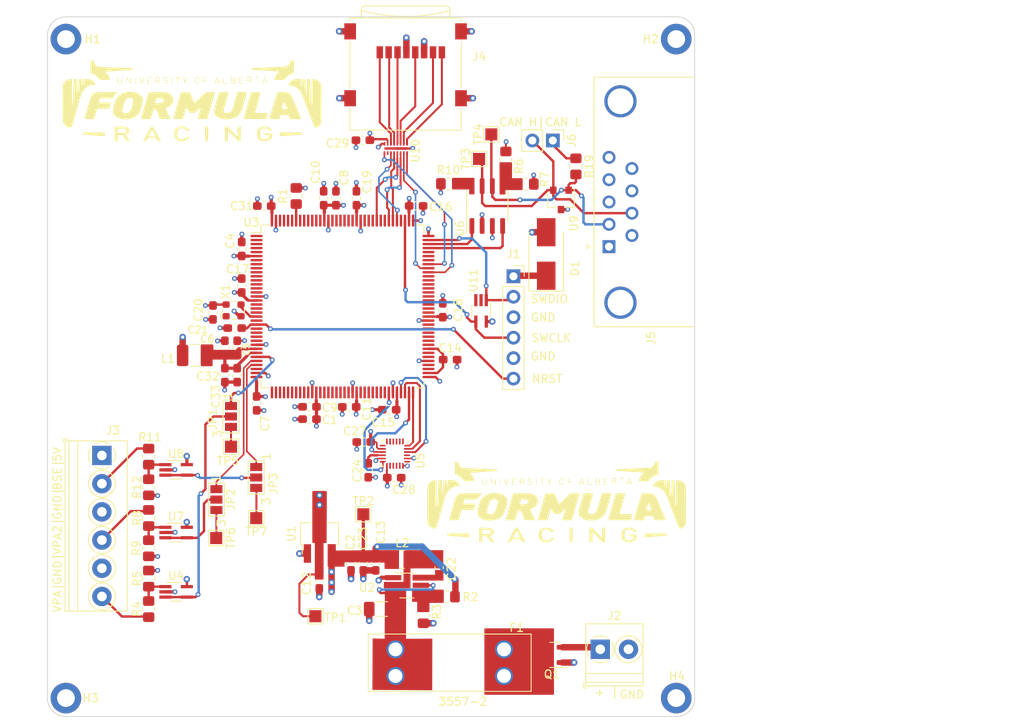
<source format=kicad_pcb>
(kicad_pcb (version 20211014) (generator pcbnew)
  (layers (0 "F.Cu" power) (1 "In1.Cu" signal) (2 "In2.Cu" signal) (31 "B.Cu" signal) (34 "B.Paste" user) (35 "F.Paste" user) (36 "B.SilkS" user "B.Silkscreen") (37 "F.SilkS" user "F.Silkscreen") (38 "B.Mask" user) (39 "F.Mask" user) (44 "Edge.Cuts" user))
  (net 0 "")
  (net 1 "+3V3")
  (net 2 "GND")
  (net 3 "+5V")
  (net 4 "+BATT")
  (net 5 "+3.3VA")
  (net 6 "/VSI")
  (net 7 "/NRST")
  (net 8 "Net-(C24-Pad1)")
  (net 9 "/VOUT_1_APPS")
  (net 10 "/VOUT_2_APPS")
  (net 11 "/SWDIO")
  (net 12 "/SWCLK")
  (net 13 "/FILTER_DAT2")
  (net 14 "/FILTER_DAT3")
  (net 15 "/FILTER_CMD")
  (net 16 "/FILTER_CLK")
  (net 17 "/FILTER_DAT0")
  (net 18 "/FILTER_DAT1")
  (net 19 "Net-(R1-Pad1)")
  (net 20 "/CAN_Vref")
  (net 21 "/CAN_Rs")
  (net 22 "/LMA+")
  (net 23 "/LMB+")
  (net 24 "/LMVAOUT")
  (net 25 "/LMVBOUT")
  (net 26 "/VPA")
  (net 27 "/VPA_2")
  (net 28 "/LMVCOUT")
  (net 29 "/CAN_L")
  (net 47 "/OSC_IN")
  (net 79 "/INT")
  (net 80 "/ACCEL_CS")
  (net 81 "/SCK")
  (net 82 "/MISO")
  (net 83 "/MOSI")
  (net 104 "/MCU_CD")
  (net 105 "/MCU_DAT0")
  (net 106 "/MCU_DAT1")
  (net 110 "/CAN_RX")
  (net 111 "/CAN_TX")
  (net 112 "/VPA_BSE")
  (net 114 "/MCU_DAT2")
  (net 115 "/MCU_DAT3")
  (net 116 "/MCU_CLK")
  (net 119 "/MCU_CMD")
  (net 152 "/CAN_H")
  (net 159 "/CAN_L_res")
  (net 160 "Net-(JP1-Pad3)")
  (net 161 "Net-(JP2-Pad3)")
  (net 162 "/VOUT_BSE")
  (net 163 "Net-(JP3-Pad3)")
  (net 164 "/LMA+_BSE")
  (net 165 "/SW")
  (net 166 "/BST")
  (net 167 "/FB")
  (net 168 "/F_IN")
  (net 169 "/F_OUT")
  (footprint "TestPoint:TestPoint_Pad_1.5x1.5mm" (layer "F.Cu") (at 136.579531 57.2932 90)
    (fp_text reference "TP4")
    (fp_text value "TestPoint_Probe")
  )
  (footprint "TestPoint:TestPoint_Pad_1.5x1.5mm" (layer "F.Cu") (at 135.055531 60.3412 90)
    (fp_text reference "TP3")
    (fp_text value "TestPoint_Probe")
  )
  (footprint "Capacitor_SMD:C_0603_1608Metric_Pad1.08x0.95mm_HandSolder" (layer "F.Cu") (at 130.1052 111.0526 90)
    (fp_text reference "C22")
    (fp_text value "100nF")
  )
  (footprint "Package_TO_SOT_SMD:SOT-353_SC-70-5_Handsoldering" (layer "F.Cu") (at 135.3058 79.1972 -90)
    (fp_text reference "U11")
    (fp_text value "ESDALC6V1W5")
  )
  (footprint "Jumper:SolderJumper-3_P1.3mm_Open_Pad1.0x1.5mm_NumberLabels" (layer "F.Cu") (at 104.2924 92.3036 -90)
    (fp_text reference "JP1")
    (fp_text value "SolderJumper_3_Open")
  )
  (footprint "Capacitor_SMD:C_0603_1608Metric_Pad1.08x0.95mm_HandSolder" (layer "F.Cu") (at 119.8464 65.218 90)
    (fp_text reference "C19")
    (fp_text value "100nF")
  )
  (footprint "Package_DFN_QFN:QFN-24_3x3mm_P0.4mm" (layer "F.Cu") (at 124.6216 96.9172 -90)
    (fp_text reference "U5")
    (fp_text value "MPU-6500")
  )
  (footprint "Inductor_SMD:L_1008_2520Metric_Pad1.43x2.20mm_HandSolder" (layer "F.Cu") (at 125.5332 110.0366 180)
    (fp_text reference "L2")
    (fp_text value "2.2uH")
  )
  (footprint "Capacitor_SMD:C_0603_1608Metric_Pad1.08x0.95mm_HandSolder" (layer "F.Cu") (at 124.5362 99.8982)
    (fp_text reference "C28")
    (fp_text value "0.1uF")
  )
  (footprint "Package_TO_SOT_SMD:SOT-89-3_Handsoldering" (layer "F.Cu") (at 115.2652 107.1626 90)
    (fp_text reference "U1")
    (fp_text value "AZ1117-3.3")
  )
  (footprint "TestPoint:TestPoint_Pad_1.5x1.5mm" (layer "F.Cu") (at 107.4212 104.9228 180)
    (fp_text reference "TP7")
    (fp_text value "TestPoint_Probe")
  )
  (footprint "MountingHole:MountingHole_2.2mm_M2_DIN965_Pad" (layer "F.Cu") (at 83.82 45.466)
    (fp_text reference "H1")
    (fp_text value "MountingHole")
  )
  (footprint "Capacitor_SMD:C_0603_1608Metric_Pad1.08x0.95mm_HandSolder" (layer "F.Cu") (at 115.243008 112.772656 -90)
    (fp_text reference "C12")
    (fp_text value "22uF")
  )
  (footprint "MountingHole:MountingHole_2.2mm_M2_DIN965_Pad" (layer "F.Cu") (at 159.512 45.466)
    (fp_text reference "H2")
    (fp_text value "MountingHole")
  )
  (footprint "Inductor_SMD:L_1210_3225Metric_Pad1.42x2.65mm_HandSolder" (layer "F.Cu") (at 99.7804 84.7252)
    (fp_text reference "L1")
    (fp_text value "100nH")
  )
  (footprint "Capacitor_SMD:C_0603_1608Metric_Pad1.08x0.95mm_HandSolder" (layer "F.Cu") (at 130.556 79.121 90)
    (fp_text reference "C18")
    (fp_text value "100nF")
  )
  (footprint "Capacitor_SMD:C_0603_1608Metric_Pad1.08x0.95mm_HandSolder" (layer "F.Cu") (at 108.4164 66.1832 180)
    (fp_text reference "C31")
    (fp_text value "100nF")
  )
  (footprint "Resistor_SMD:R_0805_2012Metric_Pad1.20x1.40mm_HandSolder" (layer "F.Cu") (at 94.0816 108.6612 -90)
    (fp_text reference "R9")
    (fp_text value "100kR")
  )
  (footprint "Package_TO_SOT_SMD:SOT-353_SC-70-5_Handsoldering" (layer "F.Cu") (at 97.4852 98.933)
    (fp_text reference "U8")
    (fp_text value "LMV321")
  )
  (footprint "Capacitor_SMD:C_0603_1608Metric_Pad1.08x0.95mm_HandSolder" (layer "F.Cu") (at 117.3064 65.218 90)
    (fp_text reference "C8")
    (fp_text value "4.7uF")
  )
  (footprint "Resistor_SMD:R_0805_2012Metric_Pad1.20x1.40mm_HandSolder" (layer "F.Cu") (at 131.064 114.681 180)
    (fp_text reference "R2")
    (fp_text value "52.3kR")
  )
  (footprint "Jumper:SolderJumper-3_P1.3mm_Open_Pad1.0x1.5mm_NumberLabels" (layer "F.Cu") (at 102.4796 102.616 -90)
    (fp_text reference "JP2")
    (fp_text value "SolderJumper_3_Open")
  )
  (footprint "Capacitor_SMD:C_1206_3216Metric_Pad1.33x1.80mm_HandSolder" (layer "F.Cu") (at 122.9932 116.205 180)
    (fp_text reference "C3")
    (fp_text value "10uF")
  )
  (footprint "Resistor_SMD:R_0805_2012Metric_Pad1.20x1.40mm_HandSolder" (layer "F.Cu") (at 94.0816 104.902 -90)
    (fp_text reference "R8")
    (fp_text value "50kR")
  )
  (footprint "Resistor_SMD:R_0805_2012Metric_Pad1.20x1.40mm_HandSolder" (layer "F.Cu") (at 131.321731 63.4146 180)
    (fp_text reference "R10")
    (fp_text value "100R")
  )
  (footprint "Package_TO_SOT_SMD:TSOT-23-6_HandSoldering" (layer "F.Cu") (at 126.1192 113.2586)
    (fp_text reference "U2")
    (fp_text value "AP62250WU-7")
  )
  (footprint "Resistor_SMD:R_0805_2012Metric_Pad1.20x1.40mm_HandSolder" (layer "F.Cu") (at 94.0816 97.282 -90)
    (fp_text reference "R11")
    (fp_text value "50kR")
  )
  (footprint "Capacitor_SMD:C_0603_1608Metric_Pad1.08x0.95mm_HandSolder" (layer "F.Cu") (at 123.9104 91.4654 180)
    (fp_text reference "C15")
    (fp_text value "100nF")
  )
  (footprint "TestPoint:TestPoint_Pad_1.5x1.5mm" (layer "F.Cu") (at 104.2924 96.0534)
    (fp_text reference "TP5")
    (fp_text value "TestPoint_Probe")
  )
  (footprint "Resistor_SMD:R_0805_2012Metric_Pad1.20x1.40mm_HandSolder" (layer "F.Cu") (at 140.846731 63.4654)
    (fp_text reference "R7")
    (fp_text value "220R")
  )
  (footprint "Package_TO_SOT_SMD:SOT-353_SC-70-5_Handsoldering" (layer "F.Cu") (at 97.4852 106.7054)
    (fp_text reference "U7")
    (fp_text value "LMV321")
  )
  (footprint "Capacitor_SMD:C_0603_1608Metric_Pad1.08x0.95mm_HandSolder" (layer "F.Cu") (at 114.0298 91.1006 180)
    (fp_text reference "C9")
    (fp_text value "100nF")
  )
  (footprint "Jumper:SolderJumper-3_P1.3mm_Open_Pad1.0x1.5mm_NumberLabels" (layer "F.Cu") (at 107.4166 99.8728 -90)
    (fp_text reference "JP3")
    (fp_text value "SolderJumper_3_Open")
  )
  (footprint "TerminalBlock_Phoenix:TerminalBlock_Phoenix_PT-1,5-2-3.5-H_1x02_P3.50mm_Horizontal" (layer "F.Cu") (at 150.0912 121.1946)
    (fp_text reference "J2")
    (fp_text value "Conn_01x02")
  )
  (footprint "TestPoint:TestPoint_Pad_1.5x1.5mm" (layer "F.Cu") (at 114.7572 117.094)
    (fp_text reference "TP1")
    (fp_text value "TestPoint_Probe")
  )
  (footprint "Capacitor_SMD:C_0603_1608Metric_Pad1.08x0.95mm_HandSolder" (layer "F.Cu") (at 114.0298 92.6338 180)
    (fp_text reference "C1")
    (fp_text value "4.7uF")
  )
  (footprint "Capacitor_SMD:C_0603_1608Metric_Pad1.08x0.95mm_HandSolder" (layer "F.Cu") (at 118.9574 91.1087 180)
    (fp_text reference "C11")
    (fp_text value "100nF")
  )
  (footprint "LOGO" (layer "F.Cu") (at 99.441 53.34)
    (fp_text reference "G***" hide)
    (fp_text value "LOGO" hide)
  )
  (footprint "3557-2:3557-2" (layer "F.Cu") (at 138.1506 124.5108 180)
    (fp_text reference "F1")
    (fp_text value "3557-2")
  )
  (footprint "Package_QFP:LQFP-144_20x20mm_P0.5mm" (layer "F.Cu") (at 118.1192 78.6546)
    (fp_text reference "U3")
    (fp_text value "STM32L4R9ZITx")
  )
  (footprint "Capacitor_SMD:C_0603_1608Metric_Pad1.08x0.95mm_HandSolder" (layer "F.Cu") (at 115.7824 65.218 90)
    (fp_text reference "C10")
    (fp_text value "100nF")
  )
  (footprint "Capacitor_SMD:C_0603_1608Metric_Pad1.08x0.95mm_HandSolder" (layer "F.Cu") (at 131.4704 85.2424)
    (fp_text reference "C14")
    (fp_text value "2.2uF")
  )
  (footprint "Connector_PinHeader_2.54mm:PinHeader_1x02_P2.54mm_Vertical" (layer "F.Cu") (at 144.204531 58.0552 -90)
    (fp_text reference "J6")
    (fp_text value "Conn_01x02")
  )
  (footprint "Package_TO_SOT_SMD:SOT-23" (layer "F.Cu") (at 144.4752 121.8946 180)
    (fp_text reference "Q1")
    (fp_text value "Q_PMOS_GSD")
  )
  (footprint "Capacitor_SMD:C_0603_1608Metric_Pad1.08x0.95mm_HandSolder" (layer "F.Cu") (at 120.7516 95.4694 180)
    (fp_text reference "C27")
    (fp_text value "10nF")
  )
  (footprint "Connector_PinSocket_2.54mm:PinSocket_1x06_P2.54mm_Vertical" (layer "F.Cu") (at 139.319 74.9046)
    (fp_text reference "J1")
    (fp_text value "Conn_01x06")
  )
  (footprint "Resistor_SMD:R_0805_2012Metric_Pad1.20x1.40mm_HandSolder" (layer "F.Cu") (at 94.0816 101.092 -90)
    (fp_text reference "R12")
    (fp_text value "100kR")
  )
  (footprint "Package_TO_SOT_SMD:SOT-353_SC-70-5_Handsoldering" (layer "F.Cu") (at 97.4852 114.0714)
    (fp_text reference "U4")
    (fp_text value "LMV321")
  )
  (footprint "Resistor_SMD:R_0805_2012Metric_Pad1.20x1.40mm_HandSolder" (layer "F.Cu") (at 147.066 61.2648 -90)
    (fp_text reference "R19")
    (fp_text value "120R")
  )
  (footprint "MountingHole:MountingHole_2.2mm_M2_DIN965_Pad" (layer "F.Cu") (at 159.512 127.254)
    (fp_text reference "H4")
    (fp_text value "MountingHole")
  )
  (footprint "Capacitor_SMD:C_0603_1608Metric_Pad1.08x0.95mm_HandSolder" (layer "F.Cu") (at 120.65 58.0136)
    (fp_text reference "C29")
    (fp_text value "0.1uF")
  )
  (footprint "Capacitor_SMD:C_0603_1608Metric_Pad1.08x0.95mm_HandSolder" (layer "F.Cu") (at 119.1768 110.537456 -90)
    (fp_text reference "C2")
    (fp_text value "10uF")
  )
  (footprint "Capacitor_SMD:C_0603_1608Metric_Pad1.08x0.95mm_HandSolder" (layer "F.Cu") (at 120.7008 110.5408 -90)
    (fp_text reference "C23")
    (fp_text value "22uF")
  )
  (footprint "TerminalBlock_Phoenix:TerminalBlock_Phoenix_PT-1,5-6-3.5-H_1x06_P3.50mm_Horizontal" (layer "F.Cu") (at 88.2792 97.1426 -90)
    (fp_text reference "J3")
    (fp_text value "APPS/BSE_Conn")
  )
  (footprint "TestPoint:TestPoint_Pad_1.5x1.5mm" (layer "F.Cu") (at 102.4542 107.3912 -90)
    (fp_text reference "TP6")
    (fp_text value "TestPoint_Probe")
  )
  (footprint "Diode_SMD:D_SMB_Handsoldering" (layer "F.Cu") (at 143.383 72.136 90)
    (fp_text reference "D1")
    (fp_text value "D_Zener")
  )
  (footprint "Capacitor_SMD:C_0603_1608Metric_Pad1.08x0.95mm_HandSolder" (layer "F.Cu") (at 105.0544 87.1728 -90)
    (fp_text reference "C33")
    (fp_text value "100nF")
  )
  (footprint "Capacitor_SMD:C_0603_1608Metric_Pad1.08x0.95mm_HandSolder" (layer "F.Cu") (at 105.6224 76.0476 90)
    (fp_text reference "C17")
    (fp_text value "100nF")
  )
  (footprint "TestPoint:TestPoint_Pad_1.5x1.5mm" (layer "F.Cu") (at 120.7008 104.4448)
    (fp_text reference "TP2")
    (fp_text value "TestPoint_Probe")
  )
  (footprint "Capacitor_SMD:C_0603_1608Metric_Pad1.08x0.95mm_HandSolder" (layer "F.Cu") (at 104.7496 81.3308 180)
    (fp_text reference "C21")
    (fp_text value "0.1uF")
  )
  (footprint "Capacitor_SMD:C_0603_1608Metric_Pad1.08x0.95mm_HandSolder" (layer "F.Cu") (at 105.0544 83.7692 90)
    (fp_text reference "C5")
    (fp_text value "1uF")
  )
  (footprint "Package_SO:SOIC-8_3.9x4.9mm_P1.27mm" (layer "F.Cu") (at 136.071531 66.1832 90)
    (fp_text reference "U6")
    (fp_text value "SN65HVD230")
  )
  (footprint "Connector_Card:microSD_HC_Wuerth_693072010801" (layer "F.Cu") (at 125.9424 48.6572)
    (fp_text reference "J4")
    (fp_text value "Micro_SD_Card")
  )
  (footprint "Capacitor_SMD:C_0603_1608Metric_Pad1.08x0.95mm_HandSolder" (layer "F.Cu") (at 121.3104 98.9838 -90)
    (fp_text reference "C24")
    (fp_text value "0.1uF")
  )
  (footprint "Capacitor_SMD:C_0603_1608Metric_Pad1.08x0.95mm_HandSolder" (layer "F.Cu") (at 105.6224 71.5172 90)
    (fp_text reference "C4")
    (fp_text value "100nF")
  )
  (footprint "Resistor_SMD:R_0805_2012Metric_Pad1.20x1.40mm_HandSolder" (layer "F.Cu") (at 94.0816 116.205 90)
    (fp_text reference "R4")
    (fp_text value "50kR")
  )
  (footprint "Resistor_SMD:R_0805_2012Metric_Pad1.20x1.40mm_HandSolder" (layer "F.Cu") (at 112.3788 64.9386 90)
    (fp_text reference "R1")
    (fp_text value "10kR")
  )
  (footprint "Capacitor_SMD:C_0603_1608Metric_Pad1.08x0.95mm_HandSolder" (layer "F.Cu") (at 103.5304 87.1728 -90)
    (fp_text reference "C32")
    (fp_text value "1uF")
  )
  (footprint "Capacitor_SMD:C_0603_1608Metric_Pad1.08x0.95mm_HandSolder" (layer "F.Cu") (at 107.4674 90.678 -90)
    (fp_text reference "C7")
    (fp_text value "100nF")
  )
  (footprint "Connector_Dsub:DSUB-9_Male_Horizontal_P2.77x2.84mm_EdgePinOffset7.70mm_Housed_MountingHolesOffset9.12mm" (layer "F.Cu") (at 151.174869 71.2252 90)
    (fp_text reference "J5")
    (fp_text value "DB9_Male")
  )
  (footprint "Capacitor_SMD:C_0603_1608Metric_Pad1.08x0.95mm_HandSolder" (layer "F.Cu") (at 103.5304 83.7692 90)
    (fp_text reference "C6")
    (fp_text value "10nF")
  )
  (footprint "Oscillator:Oscillator_SMD_ECS_2520MV-xxx-xx-4Pin_2.5x2.0mm" (layer "F.Cu") (at 104.6064 79.1372 90)
    (fp_text reference "X1")
    (fp_text value "ECS-2520MV-160-CN-TR")
  )
  (footprint "Package_TO_SOT_SMD:SC-59" (layer "F.Cu") (at 145.215531 65.4212 -90)
    (fp_text reference "U9")
    (fp_text value "ESDCAN24-2BLY")
  )
  (footprint "Capacitor_SMD:C_0603_1608Metric_Pad1.08x0.95mm_HandSolder" (layer "F.Cu") (at 102.0572 79.3912 -90)
    (fp_text reference "C20")
    (fp_text value "0.1uF")
  )
  (footprint "Resistor_SMD:R_0805_2012Metric_Pad1.20x1.40mm_HandSolder" (layer "F.Cu") (at 128.143 116.967 -90)
    (fp_text reference "R3")
    (fp_text value "10kR")
  )
  (footprint "Diode_SMD:EMIF06-MSD02N16" (layer "F.Cu") (at 124.6724 59.0712 90)
    (fp_text reference "U10")
    (fp_text value "EMIF06-MSD02N16")
  )
  (footprint "LOGO" (layer "F.Cu") (at 144.653 103.124)
    (fp_text reference "G***" hide)
    (fp_text value "LOGO" hide)
  )
  (footprint "Resistor_SMD:R_0805_2012Metric_Pad1.20x1.40mm_HandSolder" (layer "F.Cu") (at 94.0816 112.4204 90)
    (fp_text reference "R5")
    (fp_text value "100kR")
  )
  (footprint "Capacitor_SMD:C_0603_1608Metric_Pad1.08x0.95mm_HandSolder" (layer "F.Cu") (at 127.254 66.167)
    (fp_text reference "C16")
    (fp_text value "100nF")
  )
  (footprint "Capacitor_SMD:C_0603_1608Metric_Pad1.08x0.95mm_HandSolder" (layer "F.Cu") (at 122.2312 110.5446 -90)
    (fp_text reference "C13")
    (fp_text value "22uF")
  )
  (footprint "MountingHole:MountingHole_2.2mm_M2_DIN965_Pad" (layer "F.Cu") (at 83.82 127.254)
    (fp_text reference "H3")
    (fp_text value "MountingHole")
  )
  (footprint "Resistor_SMD:R_0805_2012Metric_Pad1.20x1.40mm_HandSolder" (layer "F.Cu") (at 138.382931 60.4174 -90)
    (fp_text reference "R6")
    (fp_text value "220R")
  )
  (gr_arc (start 83.82 129.54) (mid 82.203252 128.892468) (end 81.530475 127.286061) (layer "Edge.Cuts") (width 0.1))
  (gr_arc (start 159.555208 42.697406) (mid 161.147178 43.340843) (end 161.798 44.929809) (layer "Edge.Cuts") (width 0.1))
  (gr_arc (start 81.530475 44.9834) (mid 82.201061 43.364461) (end 83.82 42.693875) (layer "Edge.Cuts") (width 0.1))
  (gr_line (start 81.530475 44.9834) (end 81.530475 127.286061) (layer "Edge.Cuts") (width 0.1))
  (gr_arc (start 161.798039 127.2794) (mid 161.148093 128.880651) (end 159.55069 129.54) (layer "Edge.Cuts") (width 0.1))
  (gr_line (start 83.82 129.54) (end 159.55069 129.54) (layer "Edge.Cuts") (width 0.1))
  (gr_line (start 159.555208 42.697406) (end 83.82 42.693875) (layer "Edge.Cuts") (width 0.1))
  (gr_line (start 161.798039 127.2794) (end 161.798 44.929809) (layer "Edge.Cuts") (width 0.1))
  (gr_text "+ |" (at 150.876 126.5428) (layer "F.SilkS") (effects (font (size 1 1))))
  (gr_text "VPA2|" (at 82.7532 107.1626 90) (layer "F.SilkS") (effects (font (size 1 1))))
  (gr_text "VPA|" (at 82.7532 114.7826 90) (layer "F.SilkS") (effects (font (size 1 1))))
  (gr_text "SWCLK\n" (at 144.018 82.55) (layer "F.SilkS") (effects (font (size 1 1))))
  (gr_text "GND" (at 154.0002 126.7968) (layer "F.SilkS") (effects (font (size 1 1))))
  (gr_text "SWDIO\n" (at 143.764 77.724) (layer "F.SilkS") (effects (font (size 1 1))))
  (gr_text "CAN L\n" (at 145.469531 55.7692) (layer "F.SilkS") (effects (font (size 1 1))))
  (gr_text "CAN H|\n" (at 140.389531 55.7692) (layer "F.SilkS") (effects (font (size 1 1))))
  (gr_text "NRST" (at 143.51 87.63) (layer "F.SilkS") (effects (font (size 1 1))))
  (gr_text "GND" (at 143.002 84.836) (layer "F.SilkS") (effects (font (size 1 1))))
  (gr_text "5V" (at 82.7532 97.0026 90) (layer "F.SilkS") (effects (font (size 1 1))))
  (gr_text "GND|\n" (at 82.7532 103.0986 90) (layer "F.SilkS") (effects (font (size 1 1))))
  (gr_text "GND|" (at 82.7532 111.2266 90) (layer "F.SilkS") (effects (font (size 1 1))))
  (gr_text "BSE|" (at 82.7532 99.5426 90) (layer "F.SilkS") (effects (font (size 1 1))))
  (gr_text "GND" (at 143.002 80.01) (layer "F.SilkS") (effects (font (size 1 1))))
  (segment (start 107.4567 87.4046) (end 107.4567 87.9495) (width 0.3) (layer "F.Cu") (net 1))
  (segment (start 131.4196 79.9592) (end 131.3953 79.9835) (width 0.4) (layer "F.Cu") (net 1))
  (segment (start 115.243008 111.910156) (end 113.921244 111.910156) (width 0.25) (layer "F.Cu") (net 1))
  (segment (start 107.4674 89.8155) (end 107.4674 87.9602) (width 0.4) (layer "F.Cu") (net 1))
  (segment (start 114.8692 89.3171) (end 114.8692 90.3478) (width 0.3) (layer "F.Cu") (net 1))
  (segment (start 121.5125 57.1511) (end 121.5136 57.15) (width 0.3) (layer "F.Cu") (net 1))
  (segment (start 120.777 66.0908) (end 120.7667 66.0805) (width 0.4) (layer "F.Cu") (net 1))
  (segment (start 121.6141 95.4694) (end 121.6141 94.1589) (width 0.4) (layer "F.Cu") (net 1))
  (segment (start 103.6814 78.4122) (end 102.1737 78.4122) (width 0.3) (layer "F.Cu") (net 1))
  (segment (start 128.7817 69.3928) (end 128.7817 69.0225) (width 0.4) (layer "F.Cu") (net 1))
  (segment (start 114.8923 93.4893) (end 114.8923 92.6338) (width 0.4) (layer "F.Cu") (net 1))
  (segment (start 129.8448 79.9046) (end 130.4771 79.9046) (width 0.4) (layer "F.Cu") (net 1))
  (segment (start 113.2078 117.094) (end 114.7572 117.094) (width 0.25) (layer "F.Cu") (net 1))
  (segment (start 98.2929 82.4535) (end 98.2929 84.7252) (width 0.8) (layer "F.Cu") (net 1))
  (segment (start 104.6999 76.9101) (end 104.6988 76.9112) (width 0.4) (layer "F.Cu") (net 1))
  (segment (start 128.7817 79.9046) (end 129.8448 79.9046) (width 0.3) (layer "F.Cu") (net 1))
  (segment (start 119.8692 89.3171) (end 119.8692 90.3732) (width 0.3) (layer "F.Cu") (net 1))
  (segment (start 115.8692 67.9921) (end 115.8692 67.0052) (width 0.3) (layer "F.Cu") (net 1))
  (segment (start 123.6472 57.9628) (end 123.571 57.8866) (width 0.3) (layer "F.Cu") (net 1))
  (segment (start 131.3953 79.9835) (end 130.556 79.9835) (width 0.4) (layer "F.Cu") (net 1))
  (segment (start 123.6472 57.9628) (end 123.7224 58.038) (width 0.2) (layer "F.Cu") (net 1))
  (segment (start 105.6473 72.4046) (end 106.5168 72.4046) (width 0.4) (layer "F.Cu") (net 1))
  (segment (start 107.4567 72.4046) (end 106.5168 72.4046) (width 0.3) (layer "F.Cu") (net 1))
  (segment (start 126.3904 65.2272) (end 126.3904 66.1659) (width 0.4) (layer "F.Cu") (net 1))
  (segment (start 114.8692 91.0775) (end 114.8923 91.1006) (width 0.4) (layer "F.Cu") (net 1))
  (segment (start 105.6224 72.3797) (end 104.6583 72.3797) (width 0.4) (layer "F.Cu") (net 1))
  (segment (start 126.3692 66.1893) (end 126.3915 66.167) (width 0.4) (layer "F.Cu") (net 1))
  (segment (start 122.3772 95.6056) (end 122.241 95.4694) (width 0.2) (layer "F.Cu") (net 1))
  (segment (start 139.3876 74.836) (end 139.319 74.9046) (width 0.8) (layer "F.Cu") (net 1))
  (segment (start 123.1216 96.3172) (end 122.5554 96.3172) (width 0.2) (layer "F.Cu") (net 1))
  (segment (start 109.3692 66.2735) (end 109.3692 67.0846) (width 0.4) (layer "F.Cu") (net 1))
  (segment (start 136.706531 70.125669) (end 136.706531 68.6582) (width 0.25) (layer "F.Cu") (net 1))
  (segment (start 124.8692 89.3171) (end 124.8692 90.3986) (width 0.3) (layer "F.Cu") (net 1))
  (segment (start 119.8199 92.0161) (end 119.8199 91.1087) (width 0.4) (layer "F.Cu") (net 1))
  (segment (start 114.8842 93.4974) (end 114.8923 93.4893) (width 0.4) (layer "F.Cu") (net 1))
  (segment (start 124.841 92.329) (end 124.841 91.2611) (width 0.3) (layer "F.Cu") (net 1))
  (segment (start 104.6583 72.3797) (end 104.648 72.39) (width 0.4) (layer "F.Cu") (net 1))
  (segment (start 106.3498 77.8256) (end 106.3244 77.8256) (width 0.4) (layer "F.Cu") (net 1))
  (segment (start 115.8748 66.1729) (end 115.7824 66.0805) (width 0.4) (layer "F.Cu") (net 1))
  (segment (start 105.6224 76.9101) (end 104.6999 76.9101) (width 0.4) (layer "F.Cu") (net 1))
  (segment (start 107.4674 89.8155) (end 108.5353 89.8155) (width 0.4) (layer "F.Cu") (net 1))
  (segment (start 126.3692 67.9921) (end 126.3692 66.9544) (width 0.3) (layer "F.Cu") (net 1))
  (segment (start 109.2789 66.1832) (end 109.3692 66.2735) (width 0.4) (layer "F.Cu") (net 1))
  (segment (start 138.382931 58.2313) (end 138.416831 58.1974) (width 0.25) (layer "F.Cu") (net 1))
  (segment (start 109.2789 65.1083) (end 109.2789 66.1832) (width 0.4) (layer "F.Cu") (net 1))
  (segment (start 123.6216 98.4172) (end 123.6216 98.9836) (width 0.2) (layer "F.Cu") (net 1))
  (segment (start 101.1255 78.5287) (end 102.0572 78.5287) (width 0.3) (layer "F.Cu") (net 1))
  (segment (start 115.7824 66.0805) (end 115.8692 66.1673) (width 0.4) (layer "F.Cu") (net 1))
  (segment (start 117.3064 66.0805) (end 118.2267 66.0805) (width 0.4) (layer "F.Cu") (net 1))
  (segment (start 123.7224 58.038) (end 123.7224 58.4652) (width 0.2) (layer "F.Cu") (net 1))
  (segment (start 123.6737 99.8982) (end 123.6737 100.9385) (width 0.4) (layer "F.Cu") (net 1))
  (segment (start 107.4567 77.9046) (end 106.4288 77.9046) (width 0.3) (layer "F.Cu") (net 1))
  (segment (start 109.3692 67.9921) (end 109.3692 67.0846) (width 0.3) (layer "F.Cu") (net 1))
  (segment (start 136.7028 70.1294) (end 136.706531 70.125669) (width 0.25) (layer "F.Cu") (net 1))
  (segment (start 121.6141 94.1589) (end 121.6152 94.1578) (width 0.4) (layer "F.Cu") (net 1))
  (segment (start 122.5554 96.3172) (end 122.3772 96.139) (width 0.2) (layer "F.Cu") (net 1))
  (segment (start 106.3244 77.8256) (end 105.6224 77.1236) (width 0.4) (layer "F.Cu") (net 1))
  (segment (start 138.382931 59.4174) (end 138.382931 58.2313) (width 0.25) (layer "F.Cu") (net 1))
  (segment (start 126.0424 45.2958) (end 126.0424 47.1072) (width 0.8) (layer "F.Cu") (net 1))
  (segment (start 122.555 58.8772) (end 122.5804 58.8772) (width 0.3) (layer "F.Cu") (net 1))
  (segment (start 106.4288 77.9046) (end 106.3498 77.8256) (width 0.3) (layer "F.Cu") (net 1))
  (segment (start 105.6224 77.1236) (end 105.6224 76.9101) (width 0.4) (layer "F.Cu") (net 1))
  (segment (start 119.8692 90.3732) (end 119.8692 91.2799) (width 0.4) (layer "F.Cu") (net 1))
  (segment (start 109.2708 65.1002) (end 109.2789 65.1083) (width 0.4) (layer "F.Cu") (net 1))
  (segment (start 123.3224 58.4652) (end 122.9924 58.4652) (width 0.2) (layer "F.Cu") (net 1))
  (segment (start 123.6737 100.9385) (end 123.6726 100.9396) (width 0.4) (layer "F.Cu") (net 1))
  (segment (start 128.7817 87.4046) (end 129.6621 87.4046) (width 0.3) (layer "F.Cu") (net 1))
  (segment (start 121.6395 57.8866) (end 121.5125 58.0136) (width 0.3) (layer "F.Cu") (net 1))
  (segment (start 112.776 116.6622) (end 113.2078 117.094) (width 0.25) (layer "F.Cu") (net 1))
  (segment (start 123.6218 98.9838) (end 123.6216 98.984) (width 0.25) (layer "F.Cu") (net 1))
  (segment (start 126.3904 66.1659) (end 126.3915 66.167) (width 0.4) (layer "F.Cu") (net 1))
  (segment (start 122.241 95.4694) (end 121.7249 95.4694) (width 0.2) (layer "F.Cu") (net 1))
  (segment (start 122.3772 96.139) (end 122.3772 95.6056) (width 0.2) (layer "F.Cu") (net 1))
  (segment (start 98.298 82.4484) (end 98.2929 82.4535) (width 0.8) (layer "F.Cu") (net 1))
  (segment (start 123.6216 98.9836) (end 123.6218 98.9838) (width 0.2) (layer "F.Cu") (net 1))
  (segment (start 119.8692 67.9921) (end 119.8692 66.9798) (width 0.3) (layer "F.Cu") (net 1))
  (segment (start 119.8692 66.9798) (end 119.8692 66.0525) (width 0.4) (layer "F.Cu") (net 1))
  (segment (start 128.7817 69.9046) (end 128.7817 69.3928) (width 0.3) (layer "F.Cu") (net 1))
  (segment (start 108.5353 89.8155) (end 108.5596 89.8398) (width 0.4) (layer "F.Cu") (net 1))
  (segment (start 113.921244 111.910156) (end 112.776 113.0554) (width 0.25) (layer "F.Cu") (net 1))
  (segment (start 101.1174 78.5368) (end 101.1255 78.5287) (width 0.3) (layer "F.Cu") (net 1))
  (segment (start 114.8923 90.9574) (end 114.8923 92.6338) (width 0.4) (layer "F.Cu") (net 1))
  (segment (start 126.0348 45.2882) (end 126.0424 45.2958) (width 0.8) (layer "F.Cu") (net 1))
  (segment (start 123.571 57.8866) (end 121.6395 57.8866) (width 0.3) (layer "F.Cu") (net 1))
  (segment (start 105.6224 72.3797) (end 105.6473 72.4046) (width 0.4) (layer "F.Cu") (net 1))
  (segment (start 121.5125 58.0136) (end 121.5125 57.1511) (width 0.3) (layer "F.Cu") (net 1))
  (segment (start 114.8692 90.3478) (end 114.8692 91.3061) (width 0.4) (layer "F.Cu") (net 1))
  (segment (start 126.3692 66.9544) (end 126.3692 66.1893) (width 0.4) (layer "F.Cu") (net 1))
  (segment (start 123.6216 98.984) (end 123.6216 99.7471) (width 0.25) (layer "F.Cu") (net 1))
  (segment (start 115.8692 66.1673) (end 115.8692 67.0052) (width 0.4) (layer "F.Cu") (net 1))
  (segment (start 115.7824 66.0805) (end 117.3064 66.0805) (width 0.4) (layer "F.Cu") (net 1))
  (segment (start 129.6621 87.4046) (end 130.1842 87.9267) (width 0.3) (layer "F.Cu") (net 1))
  (segment (start 112.776 113.0554) (end 112.776 116.6622) (width 0.25) (layer "F.Cu") (net 1))
  (segment (start 124.8692 91.2329) (end 124.8692 90.3986) (width 0.4) (layer "F.Cu") (net 1))
  (segment (start 143.383 74.836) (end 139.3876 74.836) (width 0.8) (layer "F.Cu") (net 1))
  (segment (start 118.2267 66.0805) (end 118.237 66.0908) (width 0.4) (layer "F.Cu") (net 1))
  (segment (start 120.7667 66.0805) (end 119.8464 66.0805) (width 0.4) (layer "F.Cu") (net 1))
  (segment (start 124.841 91.2611) (end 124.8692 91.2329) (width 0.3) (layer "F.Cu") (net 1))
  (segment (start 122.5804 58.8772) (end 122.9924 58.4652) (width 0.3) (layer "F.Cu") (net 1))
  (segment (start 119.8118 92.0242) (end 119.8199 92.0161) (width 0.4) (layer "F.Cu") (net 1))
  (segment (start 130.4771 79.9046) (end 130.556 79.9835) (width 0.4) (layer "F.Cu") (net 1))
  (segment (start 102.1737 78.4122) (end 102.0572 78.5287) (width 0.3) (layer "F.Cu") (net 1))
  (via (at 98.298 82.4484) (size 0.8) (drill 0.4) (layers "F.Cu" "B.Cu") (net 1))
  (via (at 119.8118 92.0242) (size 0.6) (drill 0.3) (layers "F.Cu" "B.Cu") (net 1))
  (via (at 136.7028 70.1294) (size 0.6) (drill 0.3) (layers "F.Cu" "B.Cu") (net 1))
  (via (at 115.2652 103.2826) (size 0.8) (drill 0.4) (layers "F.Cu" "B.Cu") (net 1))
  (via (at 101.1174 78.5368) (size 0.6) (drill 0.3) (layers "F.Cu" "B.Cu") (net 1))
  (via (at 131.4196 79.9592) (size 0.6) (drill 0.3) (layers "F.Cu" "B.Cu") (net 1))
  (via (at 104.648 72.39) (size 0.6) (drill 0.3) (layers "F.Cu" "B.Cu") (net 1))
  (via (at 108.5596 89.8398) (size 0.6) (drill 0.3) (layers "F.Cu" "B.Cu") (net 1))
  (via (at 126.0348 45.2882) (size 0.8) (drill 0.4) (layers "F.Cu" "B.Cu") (net 1))
  (via (at 120.777 66.0908) (size 0.6) (drill 0.3) (layers "F.Cu" "B.Cu") (net 1))
  (via (at 115.2652 102.0826) (size 0.8) (drill 0.4) (layers "F.Cu" "B.Cu") (net 1))
  (via (at 121.6152 94.1578) (size 0.6) (drill 0.3) (layers "F.Cu" "B.Cu") (net 1))
  (via (at 104.6988 76.9112) (size 0.6) (drill 0.3) (layers "F.Cu" "B.Cu") (net 1))
  (via (at 122.555 58.8772) (size 0.6) (drill 0.3) (layers "F.Cu" "B.Cu") (net 1))
  (via (at 124.841 92.329) (size 0.6) (drill 0.3) (layers "F.Cu" "B.Cu") (net 1))
  (via (at 114.8842 93.4974) (size 0.6) (drill 0.3) (layers "F.Cu" "B.Cu") (net 1))
  (via (at 123.6726 100.9396) (size 0.6) (drill 0.3) (layers "F.Cu" "B.Cu") (net 1))
  (via (at 121.5136 57.15) (size 0.6) (drill 0.3) (layers "F.Cu" "B.Cu") (net 1))
  (via (at 128.7817 69.0225) (size 0.6) (drill 0.3) (layers "F.Cu" "B.Cu") (net 1))
  (via (at 126.3904 65.2272) (size 0.6) (drill 0.3) (layers "F.Cu" "B.Cu") (net 1))
  (via (at 118.237 66.0908) (size 0.6) (drill 0.3) (layers "F.Cu" "B.Cu") (net 1))
  (via (at 130.1842 87.9267) (size 0.6) (drill 0.3) (layers "F.Cu" "B.Cu") (net 1))
  (via (at 109.2708 65.1002) (size 0.6) (drill 0.3) (layers "F.Cu" "B.Cu") (net 1))
  (via (at 138.416831 58.1974) (size 0.6) (drill 0.3) (layers "F.Cu" "B.Cu") (net 1))
  (segment (start 119.0674 52.8072) (end 117.7296 52.8072) (width 0.8) (layer "F.Cu") (net 2))
  (segment (start 96.1552 106.7054) (end 97.3328 106.7054) (width 0.4) (layer "F.Cu") (net 2))
  (segment (start 109.8692 69.15) (end 109.855 69.1642) (width 0.3) (layer "F.Cu") (net 2))
  (segment (start 129.3782 117.967) (end 129.3876 117.9576) (width 0.8) (layer "F.Cu") (net 2))
  (segment (start 95.1832 109.6612) (end 95.1992 109.6772) (width 0.4) (layer "F.Cu") (net 2))
  (segment (start 141.846731 63.4654) (end 141.846731 62.344731) (width 0.4) (layer "F.Cu") (net 2))
  (segment (start 125.3987 99.8982) (end 125.3987 100.8115) (width 0.3) (layer "F.Cu") (net 2))
  (segment (start 119.7875 58.0136) (end 119.7875 58.9269) (width 0.3) (layer "F.Cu") (net 2))
  (segment (start 122.9462 112.3086) (end 122.6058 112.649) (width 0.5) (layer "F.Cu") (net 2))
  (segment (start 125.3987 100.8115) (end 125.3998 100.8126) (width 0.3) (layer "F.Cu") (net 2))
  (segment (start 130.321731 63.4146) (end 130.321731 64.521669) (width 0.4) (layer "F.Cu") (net 2))
  (segment (start 146.0276 66.6212) (end 146.05 66.5988) (width 0.4) (layer "F.Cu") (net 2))
  (segment (start 126.1216 97.5172) (end 126.9172 97.5172) (width 0.2) (layer "F.Cu") (net 2))
  (segment (start 97.3328 106.7054) (end 97.3582 106.68) (width 0.4) (layer "F.Cu") (net 2))
  (segment (start 95.1832 111.4204) (end 95.1992 111.4044) (width 0.4) (layer "F.Cu") (net 2))
  (segment (start 119.7875 58.9269) (end 119.7864 58.928) (width 0.3) (layer "F.Cu") (net 2))
  (segment (start 119.3692 88.1488) (end 119.38 88.138) (width 0.3) (layer "F.Cu") (net 2))
  (segment (start 121.4374 117.6528) (end 121.4307 117.6461) (width 0.8) (layer "F.Cu") (net 2))
  (segment (start 117.3064 64.3555) (end 117.3064 63.3822) (width 0.4) (layer "F.Cu") (net 2))
  (segment (start 113.1673 91.1006) (end 112.208 91.1006) (width 0.4) (layer "F.Cu") (net 2))
  (segment (start 105.9423 82.9067) (end 105.9688 82.8802) (width 0.3) (layer "F.Cu") (net 2))
  (segment (start 117.7296 52.8072) (end 117.729 52.8066) (width 0.8) (layer "F.Cu") (net 2))
  (segment (start 126.9172 97.5172) (end 126.9746 97.4598) (width 0.3) (layer "F.Cu") (net 2))
  (segment (start 103.8871 81.3308) (end 102.9462 81.3308) (width 0.4) (layer "F.Cu") (net 2))
  (segment (start 121.3104 99.8463) (end 122.2237 99.8463) (width 0.2) (layer "F.Cu") (net 2))
  (segment (start 127.8091 67.9921) (end 127.8128 67.9958) (width 0.3) (layer "F.Cu") (net 2))
  (segment (start 125.6216 98.4172) (end 126.1353 98.4172) (width 0.2) (layer "F.Cu") (net 2))
  (segment (start 130.556 78.2585) (end 130.556 77.2922) (width 0.4) (layer "F.Cu") (net 2))
  (segment (start 105.6224 75.1851) (end 104.7253 75.1851) (width 0.4) (layer "F.Cu") (net 2))
  (segment (start 107.5539 66.1832) (end 107.5539 65.2931) (width 0.4) (layer "F.Cu") (net 2))
  (segment (start 119.1768 111.399956) (end 119.1768 112.4712) (width 0.8) (layer "F.Cu") (net 2))
  (segment (start 105.5314 79.8622) (end 105.313 79.8622) (width 0.4) (layer "F.Cu") (net 2))
  (segment (start 124.3692 89.3171) (end 124.3692 88.1526) (width 0.3) (layer "F.Cu") (net 2))
  (segment (start 103.5304 88.0353) (end 103.5304 89.0016) (width 0.4) (layer "F.Cu") (net 2))
  (segment (start 102.0572 80.2537) (end 101.1531 80.2537) (width 0.4) (layer "F.Cu") (net 2))
  (segment (start 104.7253 75.1851) (end 104.7242 75.184) (width 0.4) (layer "F.Cu") (net 2))
  (segment (start 119.8464 64.3555) (end 119.8464 63.2806) (width 0.4) (layer "F.Cu") (net 2))
  (segment (start 112.3788 63.9386) (end 113.494 63.9386) (width 0.4) (layer "F.Cu") (net 2))
  (segment (start 94.0816 111.4204) (end 95.1832 111.4204) (width 0.4) (layer "F.Cu") (net 2))
  (segment (start 123.1216 97.5172) (end 122.523 97.5172) (width 0.2) (layer "F.Cu") (net 2))
  (segment (start 122.2237 99.8463) (end 122.2248 99.8474) (width 0.2) (layer "F.Cu") (net 2))
  (segment (start 128.1165 67.0571) (end 128.0922 67.0814) (width 0.4) (layer "F.Cu") (net 2))
  (segment (start 117.71 44.5072) (end 117.7036 44.5008) (width 0.8) (layer "F.Cu") (net 2))
  (segment (start 124.4092 112.3086) (end 122.9462 112.3086) (width 0.5) (layer "F.Cu") (net 2))
  (segment (start 107.4567 83.4046) (end 108.594 83.4046) (width 0.3) (layer "F.Cu") (net 2))
  (segment (start 128.2424 47.1072) (end 128.2424 45.7476) (width 0.8) (layer "F.Cu") (net 2))
  (segment (start 118.0949 92.0139) (end 118.0846 92.0242) (width 0.4) (layer "F.Cu") (net 2))
  (segment (start 141.846731 62.344731) (end 141.8336 62.3316) (width 0.4) (layer "F.Cu") (net 2))
  (segment (start 118.0949 91.1087) (end 118.0949 92.0139) (width 0.4) (layer "F.Cu") (net 2))
  (segment (start 108.594 83.4046) (end 108.6358 83.3628) (width 0.3) (layer "F.Cu") (net 2))
  (segment (start 135.436531 67.262931) (end 135.4328 67.2592) (width 0.4) (layer "F.Cu") (net 2))
  (segment (start 107.4567 86.9046) (end 108.5454 86.9046) (width 0.3) (layer "F.Cu") (net 2))
  (segment (start 112.208 91.1006) (end 112.1918 91.0844) (width 0.4) (layer "F.Cu") (net 2))
  (segment (start 128.7817 80.4046) (end 127.6232 80.4046) (width 0.3) (layer "F.Cu") (net 2))
  (segment (start 105.6224 70.6547) (end 105.6224 69.6884) (width 0.4) (layer "F.Cu") (net 2))
  (segment (start 115.243008 114.703192) (end 115.2398 114.7064) (width 0.8) (layer "F.Cu") (net 2))
  (segment (start 115.243008 113.635156) (end 115.243008 114.703192) (width 0.8) (layer "F.Cu") (net 2))
  (segment (start 132.3329 85.2424) (end 132.3329 86.1325) (width 0.4) (layer "F.Cu") (net 2))
  (segment (start 114.3692 88.131) (end 114.3508 88.1126) (width 0.3) (layer "F.Cu") (net 2))
  (segment (start 135.436531 68.6582) (end 135.436531 67.262931) (width 0.4) (layer "F.Cu") (net 2))
  (segment (start 115.7824 63.3892) (end 115.7986 63.373) (width 0.4) (layer "F.Cu") (net 2))
  (segment (start 127.6194 85.4046) (end 127.6096 85.3948) (width 0.3) (layer "F.Cu") (net 2))
  (segment (start 128.1165 66.167) (end 128.1165 67.0571) (width 0.4) (layer "F.Cu") (net 2))
  (segment (start 115.7824 64.3555) (end 115.7824 63.3892) (width 0.4) (layer "F.Cu") (net 2))
  (segment (start 107.4674 91.5405) (end 108.3553 91.5405) (width 0.4) (layer "F.Cu") (net 2))
  (segment (start 102.6403 82.9067) (end 102.616 82.931) (width 0.4) (layer "F.Cu") (net 2))
  (segment (start 116.3692 69.1524) (end 116.3574 69.1642) (width 0.3) (layer "F.Cu") (net 2))
  (segment (start 119.8891 95.4694) (end 119.8891 96.3665) (width 0.3) (layer "F.Cu") (net 2))
  (segment (start 132.8174 52.8072) (end 134.2892 52.8072) (width 0.8) (layer "F.Cu") (net 2))
  (segment (start 136.6936 80.5272) (end 136.7028 80.518) (width 0.4) (layer "F.Cu") (net 2))
  (segment (start 120.7046 111.4071) (end 120.7008 111.4033) (width 0.8) (layer "F.Cu") (net 2))
  (segment (start 108.5454 86.9046) (end 108.9152 87.2744) (width 0.3) (layer "F.Cu") (net 2))
  (segment (start 146.8272 122.8446) (end 146.8374 122.8344) (width 0.8) (layer "F.Cu") (net 2))
  (segment (start 126.8106 59.0412) (end 126.8222 59.0296) (width 0.3) (layer "F.Cu") (net 2))
  (segment (start 122.523 97.5172) (end 122.2502 97.79) (width 0.2) (layer "F.Cu") (net 2))
  (segment (start 94.0816 109.6612) (end 95.1832 109.6612) (width 0.4) (layer "F.Cu") (net 2))
  (segment (start 135.9558 80.5272) (end 136.6936 80.5272) (width 0.4) (layer "F.Cu") (net 2))
  (segment (start 117.3064 63.3822) (end 117.2972 63.373) (width 0.4) (layer "F.Cu") (net 2))
  (segment (start 97.3074 98.933) (end 97.3328 98.9076) (width 0.4) (layer "F.Cu") (net 2))
  (segment (start 132.3329 86.1325) (end 132.3086 86.1568) (width 0.4) (layer "F.Cu") (net 2))
  (segment (start 120.7008 111.4033) (end 120.7008 112.4712) (width 0.8) (layer "F.Cu") (net 2))
  (segment (start 143.383 69.436) (end 141.6126 69.436) (width 0.8) (layer "F.Cu") (net 2))
  (segment (start 105.0544 82.9067) (end 105.9423 82.9067) (width 0.3) (layer "F.Cu") (net 2))
  (segment (start 119.8891 96.3665) (end 119.888 96.3676) (width 0.3) (layer "F.Cu") (net 2))
  (segment (start 128.143 117.967) (end 129.3782 117.967) (width 0.8) (layer "F.Cu") (net 2))
  (segment (start 123.0479 91.4654) (end 121.8184 91.4654) (width 0.4) (layer "F.Cu") (net 2))
  (segment (start 107.4567 77.4046) (end 108.6212 77.4046) (width 0.3) (layer "F.Cu") (net 2))
  (segment (start 94.0816 102.092) (end 95.1578 102.092) (width 0.4) (layer "F.Cu") (net 2))
  (segment (start 120.3692 67.9921) (end 120.3692 69.2898) (width 0.3) (layer "F.Cu") (net 2))
  (segment (start 103.5304 89.0016) (end 103.505 89.027) (width 0.4) (layer "F.Cu") (net 2))
  (segment (start 119.8464 63.2806) (end 119.8372 63.2714) (width 0.4) (layer "F.Cu") (net 2))
  (segment (start 116.3692 67.9921) (end 116.3692 69.1524) (width 0.3) (layer "F.Cu") (net 2))
  (segment (start 101.1531 80.2537) (end 101.1428 80.264) (width 0.4) (layer "F.Cu") (net 2))
  (segment (start 145.4127 122.8446) (end 146.8272 122.8446) (width 0.8) (layer "F.Cu") (net 2))
  (segment (start 132.8174 44.5072) (end 134.131 44.5072) (width 0.8) (layer "F.Cu") (net 2))
  (segment (start 119.3692 89.3171) (end 119.3692 88.1488) (width 0.3) (layer "F.Cu") (net 2))
  (segment (start 108.6212 77.4046) (end 108.6358 77.4192) (width 0.3) (layer "F.Cu") (net 2))
  (segment (start 124.7224 59.0412) (end 126.8106 59.0412) (width 0.3) (layer "F.Cu") (net 2))
  (segment (start 105.6224 69.6884) (end 105.6386 69.6722) (width 0.4) (layer "F.Cu") (net 2))
  (segment (start 119.0674 44.5072) (end 117.71 44.5072) (width 0.8) (layer "F.Cu") (net 2))
  (segment (start 108.3553 91.5405) (end 108.3818 91.567) (width 0.4) (layer "F.Cu") (net 2))
  (segment (start 134.131 44.5072) (end 134.1374 44.5008) (width 0.8) (layer "F.Cu") (net 2))
  (segment (start 122.2312 111.4071) (end 120.7046 111.4071) (width 0.8) (layer "F.Cu") (net 2))
  (segment (start 121.4307 117.6461) (end 121.4307 116.205) (width 0.8) (layer "F.Cu") (net 2))
  (segment (start 145.215531 66.6212) (end 146.0276 66.6212) (width 0.4) (layer "F.Cu") (net 2))
  (segment (start 109.8692 67.9921) (end 109.8692 69.15) (width 0.3) (layer "F.Cu") (net 2))
  (segment (start 120.3692 69.2898) (end 120.3706 69.2912) (width 0.3) (layer "F.Cu") (net 2))
  (segment (start 141.6126 69.436) (end 141.605 69.4436) (width 0.8) (layer "F.Cu") (net 2))
  (segment (start 126.1353 98.4172) (end 126.1618 98.4437) (width 0.2) (layer "F.Cu") (net 2))
  (segment (start 113.1673 92.6338) (end 112.1918 92.6338) (width 0.4) (layer "F.Cu") (net 2))
  (segment (start 114.3692 89.3171) (end 114.3692 88.131) (width 0.3) (layer "F.Cu") (net 2))
  (segment (start 126.8692 67.9921) (end 127.8091 67.9921) (width 0.3) (layer "F.Cu") (net 2))
  (segment (start 112.785 109.3126) (end 112.776 109.3216) (width 0.8) (layer "F.Cu") (net 2))
  (segment (start 130.321731 64.521669) (end 130.302 64.5414) (width 0.4) (layer "F.Cu") (net 2))
  (segment (start 105.0544 88.0353) (end 103.5304 88.0353) (width 0.4) (layer "F.Cu") (net 2))
  (segment (start 105.313 79.8622) (end 104.6734 79.2226) (width 0.4) (layer "F.Cu") (net 2))
  (segment (start 124.3692 88.1526) (end 124.3838 88.138) (width 0.3) (layer "F.Cu") (net 2))
  (segment (start 96.1552 114.0714) (end 97.3328 114.0714) (width 0.4) (layer "F.Cu") (net 2))
  (segment (start 113.494 63.9386) (end 113.5126 63.9572) (width 0.4) (layer "F.Cu") (net 2))
  (segment (start 128.7817 85.4046) (end 127.6194 85.4046) (width 0.3) (layer "F.Cu") (net 2))
  (segment (start 107.5539 65.2931) (end 107.569 65.278) (width 0.4) (layer "F.Cu") (net 2))
  (segment (start 96.1552 98.933) (end 97.3074 98.933) (width 0.4) (layer "F.Cu") (net 2))
  (segment (start 95.1578 102.092) (end 95.1992 102.1334) (width 0.4) (layer "F.Cu") (net 2))
  (segment (start 102.9462 81.3308) (end 102.9208 81.3054) (width 0.4) (layer "F.Cu") (net 2))
  (segment (start 134.2892 52.8072) (end 134.2898 52.8066) (width 0.8) (layer "F.Cu") (net 2))
  (segment (start 128.2424 45.7476) (end 128.2446 45.7454) (width 0.8) (layer "F.Cu") (net 2))
  (segment (start 113.7652 109.3126) (end 112.785 109.3126) (width 0.8) (layer "F.Cu") (net 2))
  (segment (start 103.5304 82.9067) (end 102.6403 82.9067) (width 0.4) (layer "F.Cu") (net 2))
  (segment (start 127.6232 80.4046) (end 127.6096 80.391) (width 0.3) (layer "F.Cu") (net 2))
  (via (at 97.3328 98.9076) (size 0.6) (drill 0.3) (layers "F.Cu" "B.Cu") (net 2))
  (via (at 119.38 88.138) (size 0.6) (drill 0.3) (layers "F.Cu" "B.Cu") (net 2))
  (via (at 129.3876 117.9576) (size 0.8) (drill 0.4) (layers "F.Cu" "B.Cu") (net 2))
  (via (at 108.6358 83.3628) (size 0.6) (drill 0.3) (layers "F.Cu" "B.Cu") (net 2))
  (via (at 104.6734 79.2226) (size 0.6) (drill 0.3) (layers "F.Cu" "B.Cu") (net 2))
  (via (at 121.8184 91.4654) (size 0.6) (drill 0.3) (layers "F.Cu" "B.Cu") (net 2))
  (via (at 130.302 64.5414) (size 0.6) (drill 0.3) (layers "F.Cu" "B.Cu") (net 2))
  (via (at 104.7242 75.184) (size 0.6) (drill 0.3) (layers "F.Cu" "B.Cu") (net 2))
  (via (at 97.3582 106.68) (size 0.6) (drill 0.3) (layers "F.Cu" "B.Cu") (net 2))
  (via (at 101.1428 80.264) (size 0.6) (drill 0.3) (layers "F.Cu" "B.Cu") (net 2))
  (via (at 112.776 109.3216) (size 0.8) (drill 0.4) (layers "F.Cu" "B.Cu") (net 2))
  (via (at 119.888 96.3676) (size 0.6) (drill 0.3) (layers "F.Cu" "B.Cu") (net 2))
  (via (at 122.2248 99.8474) (size 0.6) (drill 0.3) (layers "F.Cu" "B.Cu") (net 2))
  (via (at 146.8374 122.8344) (size 0.8) (drill 0.4) (layers "F.Cu" "B.Cu") (net 2))
  (via (at 113.5126 63.9572) (size 0.6) (drill 0.3) (layers "F.Cu" "B.Cu") (net 2))
  (via (at 122.6058 112.649) (size 0.8) (drill 0.4) (layers "F.Cu" "B.Cu") (net 2))
  (via (at 141.605 69.4436) (size 0.8) (drill 0.4) (layers "F.Cu" "B.Cu") (net 2))
  (via (at 127.6096 80.391) (size 0.6) (drill 0.3) (layers "F.Cu" "B.Cu") (net 2))
  (via (at 117.7036 44.5008) (size 0.8) (drill 0.4) (layers "F.Cu" "B.Cu") (net 2))
  (via (at 146.05 66.5988) (size 0.6) (drill 0.3) (layers "F.Cu" "B.Cu") (net 2))
  (via (at 128.0922 67.0814) (size 0.6) (drill 0.3) (layers "F.Cu" "B.Cu") (net 2))
  (via (at 134.1374 44.5008) (size 0.8) (drill 0.4) (layers "F.Cu" "B.Cu") (net 2))
  (via (at 127.6096 85.3948) (size 0.6) (drill 0.3) (layers "F.Cu" "B.Cu") (net 2))
  (via (at 119.7864 58.928) (size 0.6) (drill 0.3) (layers "F.Cu" "B.Cu") (net 2))
  (via (at 116.3574 69.1642) (size 0.6) (drill 0.3) (layers "F.Cu" "B.Cu") (net 2))
  (via (at 95.1992 109.6772) (size 0.6) (drill 0.3) (layers "F.Cu" "B.Cu") (net 2))
  (via (at 114.3508 88.1126) (size 0.6) (drill 0.3) (layers "F.Cu" "B.Cu") (net 2))
  (via (at 95.1992 102.1334) (size 0.6) (drill 0.3) (layers "F.Cu" "B.Cu") (net 2))
  (via (at 97.3328 114.0714) (size 0.6) (drill 0.3) (layers "F.Cu" "B.Cu") (net 2))
  (via (at 105.6386 69.6722) (size 0.6) (drill 0.3) (layers "F.Cu" "B.Cu") (net 2))
  (via (at 121.4374 117.6528) (size 0.8) (drill 0.4) (layers "F.Cu" "B.Cu") (net 2))
  (via (at 108.9152 87.2744) (size 0.6) (drill 0.3) (layers "F.Cu" "B.Cu") (net 2))
  (via (at 130.556 77.2922) (size 0.6) (drill 0.3) (layers "F.Cu" "B.Cu") (net 2))
  (via (at 120.3706 69.2912) (size 0.6) (drill 0.3) (layers "F.Cu" "B.Cu") (net 2))
  (via (at 136.7028 80.518) (size 0.8) (drill 0.4) (layers "F.Cu" "B.Cu") (net 2))
  (via (at 120.7008 112.4712) (size 0.8) (drill 0.4) (layers "F.Cu" "B.Cu") (net 2))
  (via (at 141.8336 62.3316) (size 0.6) (drill 0.3) (layers "F.Cu" "B.Cu") (net 2))
  (via (at 134.2898 52.8066) (size 0.8) (drill 0.4) (layers "F.Cu" "B.Cu") (net 2))
  (via (at 115.7986 63.373) (size 0.6) (drill 0.3) (layers "F.Cu" "B.Cu") (net 2))
  (via (at 108.3818 91.567) (size 0.6) (drill 0.3) (layers "F.Cu" "B.Cu") (net 2))
  (via (at 135.4328 67.2592) (size 0.6) (drill 0.3) (layers "F.Cu" "B.Cu") (net 2))
  (via (at 117.2972 63.373) (size 0.6) (drill 0.3) (layers "F.Cu" "B.Cu") (net 2))
  (via (at 112.1918 91.0844) (size 0.6) (drill 0.3) (layers "F.Cu" "B.Cu") (net 2))
  (via (at 126.9746 97.4598) (size 0.6) (drill 0.3) (layers "F.Cu" "B.Cu") (net 2))
  (via (at 105.9688 82.8802) (size 0.6) (drill 0.3) (layers "F.Cu" "B.Cu") (net 2))
  (via (at 117.729 52.8066) (size 0.8) (drill 0.4) (layers "F.Cu" "B.Cu") (net 2))
  (via (at 115.2398 114.7064) (size 0.8) (drill 0.4) (layers "F.Cu" "B.Cu") (net 2))
  (via (at 108.6358 77.4192) (size 0.6) (drill 0.3) (layers "F.Cu" "B.Cu") (net 2))
  (via (at 107.569 65.278) (size 0.6) (drill 0.3) (layers "F.Cu" "B.Cu") (net 2))
  (via (at 102.616 82.931) (size 0.6) (drill 0.3) (layers "F.Cu" "B.Cu") (net 2))
  (via (at 118.0846 92.0242) (size 0.6) (drill 0.3) (layers "F.Cu" "B.Cu") (net 2))
  (via (at 95.1992 111.4044) (size 0.6) (drill 0.3) (layers "F.Cu" "B.Cu") (net 2))
  (via (at 119.1768 112.4712) (size 0.8) (drill 0.4) (layers "F.Cu" "B.Cu") (net 2))
  (via (at 109.855 69.1642) (size 0.6) (drill 0.3) (layers "F.Cu" "B.Cu") (net 2))
  (via (at 124.3838 88.138) (size 0.6) (drill 0.3) (layers "F.Cu" "B.Cu") (net 2))
  (via (at 127.8128 67.9958) (size 0.6) (drill 0.3) (layers "F.Cu" "B.Cu") (net 2))
  (via (at 128.2446 45.7454) (size 0.8) (drill 0.4) (layers "F.Cu" "B.Cu") (net 2))
  (via (at 102.9208 81.3054) (size 0.6) (drill 0.3) (layers "F.Cu" "B.Cu") (net 2))
  (via (at 103.505 89.027) (size 0.6) (drill 0.3) (layers "F.Cu" "B.Cu") (net 2))
  (via (at 132.3086 86.1568) (size 0.6) (drill 0.3) (layers "F.Cu" "B.Cu") (net 2))
  (via (at 126.1618 98.4437) (size 0.6) (drill 0.3) (layers "F.Cu" "B.Cu") (net 2))
  (via (at 119.8372 63.2714) (size 0.6) (drill 0.3) (layers "F.Cu" "B.Cu") (net 2))
  (via (at 125.3998 100.8126) (size 0.6) (drill 0.3) (layers "F.Cu" "B.Cu") (net 2))
  (via (at 112.1918 92.6338) (size 0.6) (drill 0.3) (layers "F.Cu" "B.Cu") (net 2))
  (via (at 122.2502 97.79) (size 0.6) (drill 0.3) (layers "F.Cu" "B.Cu") (net 2))
  (via (at 126.8222 59.0296) (size 0.6) (drill 0.3) (layers "F.Cu" "B.Cu") (net 2))
  (segment (start 122.2312 109.6821) (end 122.2312 108.6548) (width 0.8) (layer "F.Cu") (net 3))
  (segment (start 98.8152 106.0554) (end 98.8152 105.4192) (width 0.4) (layer "F.Cu") (net 3))
  (segment (start 116.7652 111.5808) (end 116.7652 112.9016) (width 0.8) (layer "F.Cu") (net 3))
  (segment (start 116.7652 109.3126) (end 116.7652 111.5808) (width 0.8) (layer "F.Cu") (net 3))
  (segment (start 98.8152 113.4214) (end 98.8152 112.5058) (width 0.3) (layer "F.Cu") (net 3))
  (segment (start 132.1212 112.5886) (end 132.1212 114.117856) (width 0.8) (layer "F.Cu") (net 3))
  (segment (start 132.0292 112.4966) (end 132.1212 112.5886) (width 0.8) (layer "F.Cu") (net 3))
  (segment (start 98.8152 97.2404) (end 98.806 97.2312) (width 0.4) (layer "F.Cu") (net 3))
  (segment (start 120.7008 109.6783) (end 120.7008 104.4448) (width 0.4) (layer "F.Cu") (net 3))
  (segment (start 116.7652 112.9016) (end 116.7652 114.07) (width 0.8) (layer "F.Cu") (net 3))
  (segment (start 122.2312 108.6548) (end 122.428 108.458) (width 0.8) (layer "F.Cu") (net 3))
  (segment (start 98.8152 98.283) (end 98.8152 97.2404) (width 0.4) (layer "F.Cu") (net 3))
  (segment (start 98.8152 105.4192) (end 98.806 105.41) (width 0.4) (layer "F.Cu") (net 3))
  (segment (start 98.8152 112.5058) (end 98.806 112.4966) (width 0.3) (layer "F.Cu") (net 3))
  (via (at 98.806 112.4966) (size 0.8) (drill 0.4) (layers "F.Cu" "B.Cu") (net 3))
  (via (at 122.428 108.458) (size 0.8) (drill 0.4) (layers "F.Cu" "B.Cu") (net 3))
  (via (at 116.7652 111.5808) (size 0.8) (drill 0.4) (layers "F.Cu" "B.Cu") (net 3))
  (via (at 98.806 97.2312) (size 0.8) (drill 0.4) (layers "F.Cu" "B.Cu") (net 3))
  (via (at 132.0292 112.4966) (size 0.8) (drill 0.4) (layers "F.Cu" "B.Cu") (net 3))
  (via (at 116.7652 112.9016) (size 0.8) (drill 0.4) (layers "F.Cu" "B.Cu") (net 3))
  (via (at 98.806 105.41) (size 0.8) (drill 0.4) (layers "F.Cu" "B.Cu") (net 3))
  (via (at 116.7652 114.07) (size 0.8) (drill 0.4) (layers "F.Cu" "B.Cu") (net 3))
  (segment (start 122.428 108.458) (end 127.9906 108.458) (width 0.8) (layer "B.Cu") (net 3))
  (segment (start 127.9906 108.458) (end 132.0292 112.4966) (width 0.8) (layer "B.Cu") (net 3))
  (segment (start 122.682 114.046) (end 122.8446 114.2086) (width 0.3) (layer "F.Cu") (net 4))
  (segment (start 122.682 113.792) (end 122.682 114.046) (width 0.3) (layer "F.Cu") (net 4))
  (segment (start 122.8446 114.2086) (end 124.4092 114.2086) (width 0.3) (layer "F.Cu") (net 4))
  (segment (start 127.8292 113.2586) (end 129.3622 113.2586) (width 0.3) (layer "F.Cu") (net 4))
  (via (at 122.682 113.792) (size 0.6) (drill 0.3) (layers "F.Cu" "B.Cu") (net 4))
  (via (at 129.3622 113.2586) (size 0.6) (drill 0.3) (layers "F.Cu" "B.Cu") (net 4))
  (segment (start 129.3622 113.6904) (end 129.2606 113.792) (width 0.3) (layer "B.Cu") (net 4))
  (segment (start 129.2606 113.792) (end 122.682 113.792) (width 0.3) (layer "B.Cu") (net 4))
  (segment (start 129.3622 113.2586) (end 129.3622 113.6904) (width 0.3) (layer "B.Cu") (net 4))
  (segment (start 105.2735 83.9046) (end 105.1144 84.0637) (width 0.4) (layer "F.Cu") (net 5))
  (segment (start 106.2228 84.836) (end 106.6542 84.4046) (width 0.3) (layer "F.Cu") (net 5))
  (segment (start 106.4514 83.9046) (end 105.2735 83.9046) (width 0.4) (layer "F.Cu") (net 5))
  (segment (start 107.4567 83.9046) (end 106.4514 83.9046) (width 0.3) (layer "F.Cu") (net 5))
  (segment (start 106.6542 84.4046) (end 107.4567 84.4046) (width 0.3) (layer "F.Cu") (net 5))
  (segment (start 103.5304 86.3103) (end 105.0544 86.3103) (width 0.4) (layer "F.Cu") (net 5))
  (segment (start 105.0544 86.0044) (end 105.0544 86.3103) (width 0.4) (layer "F.Cu") (net 5))
  (segment (start 103.5304 84.6317) (end 103.5304 86.3103) (width 0.4) (layer "F.Cu") (net 5))
  (segment (start 106.2228 84.836) (end 105.0544 86.0044) (width 0.4) (layer "F.Cu") (net 5))
  (segment (start 130.5814 84.582) (end 129.904 83.9046) (width 0.3) (layer "F.Cu") (net 6))
  (segment (start 129.8844 86.9046) (end 130.5814 86.2076) (width 0.3) (layer "F.Cu") (net 6))
  (segment (start 130.5814 86.2076) (end 130.5814 84.582) (width 0.3) (layer "F.Cu") (net 6))
  (segment (start 128.7817 86.9046) (end 129.8844 86.9046) (width 0.3) (layer "F.Cu") (net 6))
  (segment (start 129.904 83.9046) (end 128.7817 83.9046) (width 0.3) (layer "F.Cu") (net 6))
  (segment (start 105.9099 81.3562) (end 106.2736 81.3562) (width 0.3) (layer "F.Cu") (net 7))
  (segment (start 137.9982 87.6046) (end 131.8768 81.4832) (width 0.3) (layer "F.Cu") (net 7))
  (segment (start 108.6598 80.9046) (end 109.1784 81.4232) (width 0.3) (layer "F.Cu") (net 7))
  (segment (start 106.2736 81.353076) (end 106.722076 80.9046) (width 0.3) (layer "F.Cu") (net 7))
  (segment (start 105.7229 81.1692) (end 105.9099 81.3562) (width 0.3) (layer "F.Cu") (net 7))
  (segment (start 106.722076 80.9046) (end 107.4567 80.9046) (width 0.3) (layer "F.Cu") (net 7))
  (segment (start 139.319 87.6046) (end 137.9982 87.6046) (width 0.3) (layer "F.Cu") (net 7))
  (segment (start 107.4567 80.9046) (end 108.6598 80.9046) (width 0.3) (layer "F.Cu") (net 7))
  (segment (start 106.2736 81.3562) (end 106.2736 81.353076) (width 0.3) (layer "F.Cu") (net 7))
  (via (at 131.8768 81.4832) (size 0.6) (drill 0.3) (layers "F.Cu" "B.Cu") (net 7))
  (via (at 109.1784 81.4232) (size 0.6) (drill 0.3) (layers "F.Cu" "B.Cu") (net 7))
  (segment (start 109.2384 81.4832) (end 109.1784 81.4232) (width 0.3) (layer "B.Cu") (net 7))
  (segment (start 131.8768 81.4832) (end 109.2384 81.4832) (width 0.3) (layer "B.Cu") (net 7))
  (segment (start 122.5042 97.1172) (end 121.6022 97.1172) (width 0.3) (layer "F.Cu") (net 8))
  (segment (start 121.3104 97.409) (end 121.3104 98.1213) (width 0.3) (layer "F.Cu") (net 8))
  (segment (start 121.6022 97.1172) (end 121.3104 97.409) (width 0.3) (layer "F.Cu") (net 8))
  (segment (start 123.1216 97.1172) (end 122.5042 97.1172) (width 0.2) (layer "F.Cu") (net 8))
  (segment (start 105.2068 89.3826) (end 104.6988 89.3826) (width 0.3) (layer "F.Cu") (net 9))
  (segment (start 104.2924 89.789) (end 104.2924 91.0036) (width 0.3) (layer "F.Cu") (net 9))
  (segment (start 107.4567 84.9046) (end 109.0276 84.9046) (width 0.3) (layer "F.Cu") (net 9))
  (segment (start 104.6988 89.3826) (end 104.2924 89.789) (width 0.3) (layer "F.Cu") (net 9))
  (segment (start 109.0276 84.9046) (end 109.407 85.284) (width 0.3) (layer "F.Cu") (net 9))
  (via (at 109.407 85.284) (size 0.6) (drill 0.3) (layers "F.Cu" "B.Cu") (net 9))
  (via (at 105.2068 89.3826) (size 0.6) (drill 0.3) (layers "F.Cu" "B.Cu") (net 9))
  (segment (start 109.407 85.5634) (end 109.407 85.284) (width 0.3) (layer "B.Cu") (net 9))
  (segment (start 105.5878 89.3826) (end 109.407 85.5634) (width 0.3) (layer "B.Cu") (net 9))
  (segment (start 105.2068 89.3826) (end 105.5878 89.3826) (width 0.3) (layer "B.Cu") (net 9))
  (segment (start 106.7718 85.4046) (end 105.86592 86.31048) (width 0.2) (layer "F.Cu") (net 10))
  (segment (start 105.86436 97.00544) (end 102.4796 100.3902) (width 0.2) (layer "F.Cu") (net 10))
  (segment (start 102.4796 100.3902) (end 102.4796 101.316) (width 0.2) (layer "F.Cu") (net 10))
  (segment (start 105.86592 86.31048) (end 105.86592 88.313687) (width 0.2) (layer "F.Cu") (net 10))
  (segment (start 107.4567 85.4046) (end 106.7718 85.4046) (width 0.2) (layer "F.Cu") (net 10))
  (segment (start 105.86436 88.315248) (end 105.86436 97.00544) (width 0.2) (layer "F.Cu") (net 10))
  (segment (start 105.86592 88.313687) (end 105.86436 88.315248) (width 0.2) (layer "F.Cu") (net 10))
  (segment (start 138.8964 77.8672) (end 135.9558 77.8672) (width 0.3) (layer "F.Cu") (net 11))
  (segment (start 135.9408 76.0892) (end 135.9558 76.1042) (width 0.3) (layer "F.Cu") (net 11))
  (segment (start 132.4144 70.4046) (end 128.7817 70.4046) (width 0.3) (layer "F.Cu") (net 11))
  (segment (start 132.6134 70.2056) (end 132.4144 70.4046) (width 0.3) (layer "F.Cu") (net 11))
  (segment (start 139.319 77.4446) (end 138.8964 77.8672) (width 0.3) (layer "F.Cu") (net 11))
  (segment (start 135.9558 76.1042) (end 135.9558 77.8672) (width 0.3) (layer "F.Cu") (net 11))
  (via (at 132.6134 70.2056) (size 0.6) (drill 0.3) (layers "F.Cu" "B.Cu") (net 11))
  (via (at 135.9408 76.0892) (size 0.6) (drill 0.3) (layers "F.Cu" "B.Cu") (net 11))
  (segment (start 135.9408 71.9652) (end 135.9408 76.0892) (width 0.3) (layer "B.Cu") (net 11))
  (segment (start 134.1812 70.2056) (end 135.9408 71.9652) (width 0.3) (layer "B.Cu") (net 11))
  (segment (start 132.6134 70.2056) (end 134.1812 70.2056) (width 0.3) (layer "B.Cu") (net 11))
  (segment (start 134.6558 80.5272) (end 134.0704 80.5272) (width 0.3) (layer "F.Cu") (net 12))
  (segment (start 134.6558 81.4682) (end 134.6558 80.5272) (width 0.3) (layer "F.Cu") (net 12))
  (segment (start 133.5624 80.0192) (end 133.5624 79.6452) (width 0.3) (layer "F.Cu") (net 12))
  (segment (start 125.8692 67.9921) (end 125.8692 76.524) (width 0.3) (layer "F.Cu") (net 12))
  (segment (start 135.7122 82.5246) (end 134.6558 81.4682) (width 0.3) (layer "F.Cu") (net 12))
  (segment (start 125.8692 76.524) (end 125.9424 76.5972) (width 0.3) (layer "F.Cu") (net 12))
  (segment (start 139.319 82.5246) (end 135.7122 82.5246) (width 0.3) (layer "F.Cu") (net 12))
  (segment (start 134.0704 80.5272) (end 133.5624 80.0192) (width 0.3) (layer "F.Cu") (net 12))
  (via (at 125.9424 76.5972) (size 0.6) (drill 0.3) (layers "F.Cu" "B.Cu") (net 12))
  (via (at 133.5624 79.6452) (size 0.6) (drill 0.3) (layers "F.Cu" "B.Cu") (net 12))
  (segment (start 126.1964 78.1212) (end 125.9424 77.8672) (width 0.3) (layer "B.Cu") (net 12))
  (segment (start 125.9424 77.8672) (end 125.9424 76.5972) (width 0.3) (layer "B.Cu") (net 12))
  (segment (start 133.5624 79.6452) (end 132.0384 78.1212) (width 0.3) (layer "B.Cu") (net 12))
  (segment (start 132.0384 78.1212) (end 126.1964 78.1212) (width 0.3) (layer "B.Cu") (net 12))
  (segment (start 124.12392 57.193142) (end 124.12392 58.4652) (width 0.25) (layer "F.Cu") (net 13))
  (segment (start 122.7424 47.1072) (end 122.7424 55.811622) (width 0.25) (layer "F.Cu") (net 13))
  (segment (start 122.7424 55.811622) (end 124.12392 57.193142) (width 0.25) (layer "F.Cu") (net 13))
  (segment (start 124.5224 58.4652) (end 124.5224 57.059142) (width 0.25) (layer "F.Cu") (net 14))
  (segment (start 123.9104 56.447142) (end 123.9104 47.1752) (width 0.25) (layer "F.Cu") (net 14))
  (segment (start 123.9104 47.1752) (end 123.8424 47.1072) (width 0.25) (layer "F.Cu") (net 14))
  (segment (start 124.5224 57.059142) (end 123.9104 56.447142) (width 0.25) (layer "F.Cu") (net 14))
  (segment (start 124.9424 58.4452) (end 124.9224 58.4652) (width 0.25) (layer "F.Cu") (net 15))
  (segment (start 124.9424 47.1072) (end 124.9424 58.4452) (width 0.25) (layer "F.Cu") (net 15))
  (segment (start 127.1424 53.8072) (end 127.1424 47.1072) (width 0.25) (layer "F.Cu") (net 16))
  (segment (start 125.3224 55.6272) (end 127.1424 53.8072) (width 0.25) (layer "F.Cu") (net 16))
  (segment (start 125.3224 58.4652) (end 125.3224 55.6272) (width 0.25) (layer "F.Cu") (net 16))
  (segment (start 125.7224 58.4652) (end 125.7224 57.0052) (width 0.25) (layer "F.Cu") (net 17))
  (segment (start 129.3424 53.3852) (end 129.3424 47.1072) (width 0.25) (layer "F.Cu") (net 17))
  (segment (start 125.7224 57.0052) (end 129.3424 53.3852) (width 0.25) (layer "F.Cu") (net 17))
  (segment (start 126.1224 58.4652) (end 126.1224 57.8752) (width 0.25) (layer "F.Cu") (net 18))
  (segment (start 126.1224 57.8752) (end 130.4424 53.5552) (width 0.25) (layer "F.Cu") (net 18))
  (segment (start 130.4424 53.5552) (end 130.4424 47.1072) (width 0.25) (layer "F.Cu") (net 18))
  (segment (start 112.3692 65.9482) (end 112.3788 65.9386) (width 0.25) (layer "F.Cu") (net 19))
  (segment (start 112.3692 67.9921) (end 112.3692 65.9482) (width 0.3) (layer "F.Cu") (net 19))
  (segment (start 94.0816 113.4204) (end 96.1542 113.4204) (width 0.3) (layer "F.Cu") (net 22))
  (segment (start 94.0816 115.1288) (end 94.0816 113.4204) (width 0.3) (layer "F.Cu") (net 22))
  (segment (start 96.1542 113.4204) (end 96.1552 113.4214) (width 0.3) (layer "F.Cu") (net 22))
  (segment (start 94.235 106.0554) (end 94.0816 105.902) (width 0.3) (layer "F.Cu") (net 23))
  (segment (start 94.0816 106.0544) (end 94.0816 107.6612) (width 0.3) (layer "F.Cu") (net 23))
  (segment (start 96.1552 106.0554) (end 94.235 106.0554) (width 0.3) (layer "F.Cu") (net 23))
  (segment (start 96.1552 114.7214) (end 98.8152 114.7214) (width 0.3) (layer "F.Cu") (net 24))
  (segment (start 101.1174 101.3206) (end 101.1174 93.311) (width 0.3) (layer "F.Cu") (net 24))
  (segment (start 99.8832 114.7214) (end 100.203 114.4016) (width 0.3) (layer "F.Cu") (net 24))
  (segment (start 98.8152 114.7214) (end 99.8832 114.7214) (width 0.3) (layer "F.Cu") (net 24))
  (segment (start 100.5586 101.8794) (end 101.1174 101.3206) (width 0.3) (layer "F.Cu") (net 24))
  (segment (start 101.1174 93.311) (end 102.1248 92.3036) (width 0.3) (layer "F.Cu") (net 24))
  (segment (start 102.1248 92.3036) (end 104.2924 92.3036) (width 0.3) (layer "F.Cu") (net 24))
  (via (at 100.203 114.4016) (size 0.6) (drill 0.3) (layers "F.Cu" "B.Cu") (net 24))
  (via (at 100.5586 101.8794) (size 0.6) (drill 0.3) (layers "F.Cu" "B.Cu") (net 24))
  (segment (start 100.2792 102.1588) (end 100.5586 101.8794) (width 0.3) (layer "B.Cu") (net 24))
  (segment (start 100.203 114.4016) (end 100.2792 114.3254) (width 0.3) (layer "B.Cu") (net 24))
  (segment (start 100.2792 114.3254) (end 100.2792 102.1588) (width 0.3) (layer "B.Cu") (net 24))
  (segment (start 96.1656 107.3658) (end 100.1014 107.3658) (width 0.3) (layer "F.Cu") (net 25))
  (segment (start 100.1014 107.3658) (end 100.9396 106.5276) (width 0.3) (layer "F.Cu") (net 25))
  (segment (start 100.9396 106.5276) (end 100.9396 103.124) (width 0.3) (layer "F.Cu") (net 25))
  (segment (start 101.4476 102.616) (end 102.4796 102.616) (width 0.3) (layer "F.Cu") (net 25))
  (segment (start 96.1552 107.3554) (end 96.1656 107.3658) (width 0.3) (layer "F.Cu") (net 25))
  (segment (start 100.9396 103.124) (end 101.4476 102.616) (width 0.3) (layer "F.Cu") (net 25))
  (segment (start 90.7654 117.1288) (end 88.2792 114.6426) (width 0.3) (layer "F.Cu") (net 26))
  (segment (start 94.0816 117.1288) (end 90.7654 117.1288) (width 0.3) (layer "F.Cu") (net 26))
  (segment (start 91.8674 104.0544) (end 94.0816 104.0544) (width 0.3) (layer "F.Cu") (net 27))
  (segment (start 88.2792 107.6426) (end 91.8674 104.0544) (width 0.3) (layer "F.Cu") (net 27))
  (segment (start 96.1552 99.583) (end 98.8152 99.583) (width 0.3) (layer "F.Cu") (net 28))
  (segment (start 100.1164 99.583) (end 100.1522 99.6188) (width 0.3) (layer "F.Cu") (net 28))
  (segment (start 105.6132 99.9236) (end 107.3658 99.9236) (width 0.3) (layer "F.Cu") (net 28))
  (segment (start 107.3658 99.9236) (end 107.4166 99.8728) (width 0.3) (layer "F.Cu") (net 28))
  (segment (start 98.8152 99.583) (end 100.1164 99.583) (width 0.3) (layer "F.Cu") (net 28))
  (via (at 100.1522 99.6188) (size 0.6) (drill 0.3) (layers "F.Cu" "B.Cu") (net 28))
  (via (at 105.6132 99.9236) (size 0.6) (drill 0.3) (layers "F.Cu" "B.Cu") (net 28))
  (segment (start 100.1522 99.6188) (end 100.457 99.9236) (width 0.3) (layer "B.Cu") (net 28))
  (segment (start 100.457 99.9236) (end 105.6132 99.9236) (width 0.3) (layer "B.Cu") (net 28))
  (segment (start 146.165531 63.562269) (end 146.165531 64.2212) (width 0.3) (layer "F.Cu") (net 29))
  (segment (start 136.706531 63.7082) (end 136.579531 63.5812) (width 0.3) (layer "F.Cu") (net 29))
  (segment (start 146.8882 63.3476) (end 146.3802 63.3476) (width 0.3) (layer "F.Cu") (net 29))
  (segment (start 147.755531 64.9132) (end 147.063531 64.2212) (width 0.3) (layer "F.Cu") (net 29))
  (segment (start 136.579531 63.5812) (end 136.579531 57.2932) (width 0.3) (layer "F.Cu") (net 29))
  (segment (start 140.135531 65.4212) (end 137.087531 65.4212) (width 0.3) (layer "F.Cu") (net 29))
  (segment (start 147.063531 64.2212) (end 146.165531 64.2212) (width 0.3) (layer "F.Cu") (net 29))
  (segment (start 147.066 63.1698) (end 146.8882 63.3476) (width 0.3) (layer "F.Cu") (net 29))
  (segment (start 147.066 62.2648) (end 147.066 63.1698) (width 0.3) (layer "F.Cu") (net 29))
  (segment (start 145.2626 64.2112) (end 145.2726 64.2212) (width 0.3) (layer "F.Cu") (net 29))
  (segment (start 137.087531 65.4212) (end 136.706531 65.0402) (width 0.3) (layer "F.Cu") (net 29))
  (segment (start 136.706531 65.0402) (end 136.706531 63.7082) (width 0.3) (layer "F.Cu") (net 29))
  (segment (start 145.2726 64.2212) (end 146.165531 64.2212) (width 0.3) (layer "F.Cu") (net 29))
  (segment (start 146.3802 63.3476) (end 146.165531 63.562269) (width 0.3) (layer "F.Cu") (net 29))
  (via (at 147.755531 64.9132) (size 0.6) (drill 0.3) (layers "F.Cu" "B.Cu") (net 29))
  (via (at 145.2626 64.2112) (size 0.6) (drill 0.3) (layers "F.Cu" "B.Cu") (net 29))
  (via (at 140.135531 65.4212) (size 0.6) (drill 0.3) (layers "F.Cu" "B.Cu") (net 29))
  (segment (start 145.2626 64.2112) (end 144.0526 65.4212) (width 0.3) (layer "B.Cu") (net 29))
  (segment (start 144.0526 65.4212) (end 140.135531 65.4212) (width 0.3) (layer "B.Cu") (net 29))
  (segment (start 148.249531 68.4552) (end 151.174869 68.4552) (width 0.3) (layer "B.Cu") (net 29))
  (segment (start 148.009531 65.1672) (end 147.755531 64.9132) (width 0.3) (layer "B.Cu") (net 29))
  (segment (start 148.009531 68.2152) (end 148.249531 68.4552) (width 0.3) (layer "B.Cu") (net 29))
  (segment (start 148.009531 68.2152) (end 148.009531 65.1672) (width 0.3) (layer "B.Cu") (net 29))
  (segment (start 106.697701 79.9046) (end 105.5314 78.738299) (width 0.3) (layer "F.Cu") (net 47))
  (segment (start 107.4567 79.9046) (end 106.697701 79.9046) (width 0.3) (layer "F.Cu") (net 47))
  (segment (start 105.5314 78.738299) (end 105.5314 78.4122) (width 0.3) (layer "F.Cu") (net 47))
  (segment (start 122.8598 98.933) (end 123.1216 98.6712) (width 0.2) (layer "F.Cu") (net 79))
  (segment (start 123.1216 98.6712) (end 123.1216 97.9172) (width 0.2) (layer "F.Cu") (net 79))
  (segment (start 123.8692 90.526) (end 123.9104 90.5672) (width 0.3) (layer "F.Cu") (net 79))
  (segment (start 123.8692 89.3171) (end 123.8692 90.526) (width 0.3) (layer "F.Cu") (net 79))
  (via (at 122.8598 98.933) (size 0.6) (drill 0.3) (layers "F.Cu" "B.Cu") (net 79))
  (via (at 123.9104 90.5672) (size 0.6) (drill 0.3) (layers "F.Cu" "B.Cu") (net 79))
  (segment (start 121.2342 98.933) (end 120.8532 98.552) (width 0.3) (layer "B.Cu") (net 79))
  (segment (start 122.8598 98.933) (end 121.2342 98.933) (width 0.3) (layer "B.Cu") (net 79))
  (segment (start 120.8532 98.552) (end 120.8532 94.0054) (width 0.3) (layer "B.Cu") (net 79))
  (segment (start 123.9104 90.9482) (end 123.9104 90.5672) (width 0.3) (layer "B.Cu") (net 79))
  (segment (start 120.8532 94.0054) (end 123.9104 90.9482) (width 0.3) (layer "B.Cu") (net 79))
  (segment (start 126.8222 96.7232) (end 127.1524 96.7232) (width 0.25) (layer "F.Cu") (net 80))
  (segment (start 127.1524 96.7232) (end 128.4824 95.3932) (width 0.25) (layer "F.Cu") (net 80))
  (segment (start 126.8162 96.7172) (end 126.8222 96.7232) (width 0.2) (layer "F.Cu") (net 80))
  (segment (start 126.1216 96.7172) (end 126.8162 96.7172) (width 0.2) (layer "F.Cu") (net 80))
  (segment (start 125.3692 88.0924) (end 125.3692 89.3171) (width 0.25) (layer "F.Cu") (net 80))
  (via (at 128.4824 95.3932) (size 0.6) (drill 0.3) (layers "F.Cu" "B.Cu") (net 80))
  (via (at 125.3692 88.0924) (size 0.6) (drill 0.3) (layers "F.Cu" "B.Cu") (net 80))
  (segment (start 127.4664 87.5192) (end 125.9424 87.5192) (width 0.25) (layer "B.Cu") (net 80))
  (segment (start 128.4824 95.3932) (end 128.4824 88.5352) (width 0.25) (layer "B.Cu") (net 80))
  (segment (start 125.9424 87.5192) (end 125.3692 88.0924) (width 0.25) (layer "B.Cu") (net 80))
  (segment (start 128.4824 88.5352) (end 127.4664 87.5192) (width 0.25) (layer "B.Cu") (net 80))
  (segment (start 127.7204 88.5352) (end 127.33492 88.14972) (width 0.25) (layer "F.Cu") (net 81))
  (segment (start 127.33492 88.14972) (end 126.07388 88.14972) (width 0.25) (layer "F.Cu") (net 81))
  (segment (start 125.8692 88.3544) (end 125.8692 89.3171) (width 0.25) (layer "F.Cu") (net 81))
  (segment (start 126.7968 96.2914) (end 127.7204 95.3678) (width 0.25) (layer "F.Cu") (net 81))
  (segment (start 126.1216 96.3172) (end 126.771 96.3172) (width 0.2) (layer "F.Cu") (net 81))
  (segment (start 126.07388 88.14972) (end 125.8692 88.3544) (width 0.25) (layer "F.Cu") (net 81))
  (segment (start 127.7204 95.3678) (end 127.7204 88.5352) (width 0.25) (layer "F.Cu") (net 81))
  (segment (start 126.771 96.3172) (end 126.7968 96.2914) (width 0.2) (layer "F.Cu") (net 81))
  (segment (start 126.3692 92.6804) (end 126.3692 89.3171) (width 0.3) (layer "F.Cu") (net 82))
  (segment (start 121.7422 96.4184) (end 122.041 96.7172) (width 0.2) (layer "F.Cu") (net 82))
  (segment (start 122.041 96.7172) (end 123.1216 96.7172) (width 0.2) (layer "F.Cu") (net 82))
  (segment (start 125.9424 93.1072) (end 126.3692 92.6804) (width 0.3) (layer "F.Cu") (net 82))
  (via (at 125.9424 93.1072) (size 0.6) (drill 0.3) (layers "F.Cu" "B.Cu") (net 82))
  (via (at 121.7422 96.4184) (size 0.6) (drill 0.3) (layers "F.Cu" "B.Cu") (net 82))
  (segment (start 121.7422 96.4184) (end 121.7422 95.123) (width 0.3) (layer "B.Cu") (net 82))
  (segment (start 122.4788 94.3864) (end 124.6632 94.3864) (width 0.3) (layer "B.Cu") (net 82))
  (segment (start 124.6632 94.3864) (end 125.9424 93.1072) (width 0.3) (layer "B.Cu") (net 82))
  (segment (start 121.7422 95.123) (end 122.4788 94.3864) (width 0.3) (layer "B.Cu") (net 82))
  (segment (start 126.8692 95.4824) (end 126.8692 89.3171) (width 0.25) (layer "F.Cu") (net 83))
  (segment (start 126.1216 95.9172) (end 126.4344 95.9172) (width 0.2) (layer "F.Cu") (net 83))
  (segment (start 126.4344 95.9172) (end 126.8692 95.4824) (width 0.2) (layer "F.Cu") (net 83))
  (segment (start 123.317 59.6216) (end 123.3224 59.6162) (width 0.2) (layer "F.Cu") (net 104))
  (segment (start 130.8274 74.4046) (end 131.6828 73.5492) (width 0.2) (layer "F.Cu") (net 104))
  (segment (start 128.7817 74.4046) (end 130.8274 74.4046) (width 0.2) (layer "F.Cu") (net 104))
  (segment (start 123.317 60.452) (end 123.317 59.6216) (width 0.2) (layer "F.Cu") (net 104))
  (via (at 131.6828 73.5492) (size 0.6) (drill 0.3) (layers "F.Cu" "B.Cu") (net 104))
  (via (at 123.317 60.452) (size 0.6) (drill 0.3) (layers "F.Cu" "B.Cu") (net 104))
  (segment (start 124.3006 60.452) (end 131.6828 67.8342) (width 0.2) (layer "B.Cu") (net 104))
  (segment (start 123.317 60.452) (end 124.3006 60.452) (width 0.2) (layer "B.Cu") (net 104))
  (segment (start 131.6828 67.8342) (end 131.6828 73.5492) (width 0.2) (layer "B.Cu") (net 104))
  (segment (start 127.1778 64.4652) (end 125.7224 63.0098) (width 0.2) (layer "F.Cu") (net 105))
  (segment (start 127.778 73.9046) (end 128.7817 73.9046) (width 0.2) (layer "F.Cu") (net 105))
  (segment (start 125.7224 63.0098) (end 125.7224 59.6162) (width 0.2) (layer "F.Cu") (net 105))
  (segment (start 127.1778 73.3044) (end 127.778 73.9046) (width 0.2) (layer "F.Cu") (net 105))
  (via (at 127.1778 64.4652) (size 0.6) (drill 0.3) (layers "F.Cu" "B.Cu") (net 105))
  (via (at 127.1778 73.3044) (size 0.6) (drill 0.3) (layers "F.Cu" "B.Cu") (net 105))
  (segment (start 127.1778 64.4652) (end 127.1778 73.3044) (width 0.2) (layer "B.Cu") (net 105))
  (segment (start 130.7684 66.9452) (end 126.1224 62.2992) (width 0.2) (layer "F.Cu") (net 106))
  (segment (start 130.659 73.4046) (end 128.7817 73.4046) (width 0.2) (layer "F.Cu") (net 106))
  (segment (start 126.1224 62.2992) (end 126.1224 59.6162) (width 0.2) (layer "F.Cu") (net 106))
  (segment (start 130.7684 68.4692) (end 130.7684 66.9452) (width 0.2) (layer "F.Cu") (net 106))
  (segment (start 130.7684 73.2952) (end 130.659 73.4046) (width 0.2) (layer "F.Cu") (net 106))
  (via (at 130.7684 68.4692) (size 0.6) (drill 0.3) (layers "F.Cu" "B.Cu") (net 106))
  (via (at 130.7684 73.2952) (size 0.6) (drill 0.3) (layers "F.Cu" "B.Cu") (net 106))
  (segment (start 130.7684 68.4692) (end 130.7684 73.2952) (width 0.2) (layer "B.Cu") (net 106))
  (segment (start 137.708131 71.4046) (end 137.976531 71.1362) (width 0.3) (layer "F.Cu") (net 110))
  (segment (start 137.976531 71.1362) (end 137.976531 68.6582) (width 0.3) (layer "F.Cu") (net 110))
  (segment (start 128.7817 71.4046) (end 137.708131 71.4046) (width 0.3) (layer "F.Cu") (net 110))
  (segment (start 128.7817 70.9046) (end 133.5908 70.9046) (width 0.3) (layer "F.Cu") (net 111))
  (segment (start 133.5908 70.9046) (end 134.166531 70.328869) (width 0.3) (layer "F.Cu") (net 111))
  (segment (start 134.166531 70.328869) (end 134.166531 68.6582) (width 0.3) (layer "F.Cu") (net 111))
  (segment (start 88.2792 100.6426) (end 88.2826 100.6426) (width 0.3) (layer "F.Cu") (net 112))
  (segment (start 92.6432 96.282) (end 93.6752 96.282) (width 0.3) (layer "F.Cu") (net 112))
  (segment (start 88.2826 100.6426) (end 92.6432 96.282) (width 0.3) (layer "F.Cu") (net 112))
  (segment (start 124.8692 66.7484) (end 124.9264 66.6912) (width 0.2) (layer "F.Cu") (net 114))
  (segment (start 124.8692 67.9921) (end 124.8692 66.7484) (width 0.2) (layer "F.Cu") (net 114))
  (segment (start 124.1224 61.1452) (end 124.1224 59.6162) (width 0.2) (layer "F.Cu") (net 114))
  (segment (start 123.6564 61.6112) (end 124.1224 61.1452) (width 0.2) (layer "F.Cu") (net 114))
  (via (at 124.9264 66.6912) (size 0.6) (drill 0.3) (layers "F.Cu" "B.Cu") (net 114))
  (via (at 123.6564 61.6112) (size 0.6) (drill 0.3) (layers "F.Cu" "B.Cu") (net 114))
  (segment (start 122.6404 64.4052) (end 122.6404 62.6272) (width 0.2) (layer "B.Cu") (net 114))
  (segment (start 124.9264 66.6912) (end 122.6404 64.4052) (width 0.2) (layer "B.Cu") (net 114))
  (segment (start 122.6404 62.6272) (end 123.6564 61.6112) (width 0.2) (layer "B.Cu") (net 114))
  (segment (start 124.5224 60.2488) (end 124.5224 61.525155) (width 0.25) (layer "F.Cu") (net 115))
  (segment (start 124.1644 63.879245) (end 124.3692 64.084045) (width 0.25) (layer "F.Cu") (net 115))
  (segment (start 124.3692 64.084045) (end 124.3692 67.9921) (width 0.25) (layer "F.Cu") (net 115))
  (segment (start 124.1644 61.883155) (end 124.1644 63.879245) (width 0.25) (layer "F.Cu") (net 115))
  (segment (start 124.5224 59.6162) (end 124.5224 60.2488) (width 0.2) (layer "F.Cu") (net 115))
  (segment (start 124.5224 61.525155) (end 124.1644 61.883155) (width 0.25) (layer "F.Cu") (net 115))
  (segment (start 125.3224 60.2488) (end 125.3224 59.6162) (width 0.2) (layer "F.Cu") (net 116))
  (segment (start 123.8692 66.6176) (end 123.8692 67.9921) (width 0.25) (layer "F.Cu") (net 116))
  (segment (start 123.6564 66.4048) (end 123.8692 66.6176) (width 0.25) (layer "F.Cu") (net 116))
  (segment (start 125.3224 63.7552) (end 125.3224 60.2488) (width 0.25) (layer "F.Cu") (net 116))
  (segment (start 125.1804 63.8972) (end 125.3224 63.7552) (width 0.25) (layer "F.Cu") (net 116))
  (segment (start 123.6564 64.1512) (end 123.6564 66.4048) (width 0.25) (layer "F.Cu") (net 116))
  (via (at 123.6564 64.1512) (size 0.6) (drill 0.3) (layers "F.Cu" "B.Cu") (net 116))
  (via (at 125.1804 63.8972) (size 0.6) (drill 0.3) (layers "F.Cu" "B.Cu") (net 116))
  (segment (start 125.1804 63.8972) (end 123.9104 63.8972) (width 0.25) (layer "B.Cu") (net 116))
  (segment (start 123.9104 63.8972) (end 123.6564 64.1512) (width 0.25) (layer "B.Cu") (net 116))
  (segment (start 122.3692 63.9329) (end 122.3692 67.9921) (width 0.25) (layer "F.Cu") (net 119))
  (segment (start 124.9224 59.6162) (end 124.9224 60.2488) (width 0.2) (layer "F.Cu") (net 119))
  (segment (start 124.9224 60.2488) (end 124.9224 62.4207) (width 0.25) (layer "F.Cu") (net 119))
  (segment (start 123.4209 62.8812) (end 122.3692 63.9329) (width 0.25) (layer "F.Cu") (net 119))
  (segment (start 124.9224 62.4207) (end 124.7159 62.6272) (width 0.25) (layer "F.Cu") (net 119))
  (via (at 123.4209 62.8812) (size 0.6) (drill 0.3) (layers "F.Cu" "B.Cu") (net 119))
  (via (at 124.7159 62.6272) (size 0.6) (drill 0.3) (layers "F.Cu" "B.Cu") (net 119))
  (segment (start 123.6749 62.6272) (end 123.4209 62.8812) (width 0.25) (layer "B.Cu") (net 119))
  (segment (start 124.7159 62.6272) (end 123.6749 62.6272) (width 0.25) (layer "B.Cu") (net 119))
  (segment (start 135.436531 65.8022) (end 135.436531 63.7082) (width 0.3) (layer "F.Cu") (net 152))
  (segment (start 135.817531 66.1832) (end 135.436531 65.8022) (width 0.3) (layer "F.Cu") (net 152))
  (segment (start 144.265531 64.2212) (end 144.265531 60.6562) (width 0.3) (layer "F.Cu") (net 152))
  (segment (start 144.265531 64.2212) (end 143.5508 64.2212) (width 0.3) (layer "F.Cu") (net 152))
  (segment (start 141.5888 66.1832) (end 135.817531 66.1832) (width 0.3) (layer "F.Cu") (net 152))
  (segment (start 135.436531 63.7082) (end 135.436531 60.4682) (width 0.3) (layer "F.Cu") (net 152))
  (segment (start 144.653 65.3542) (end 144.265531 64.966731) (width 0.3) (layer "F.Cu") (net 152))
  (segment (start 143.5508 64.2212) (end 141.5888 66.1832) (width 0.3) (layer "F.Cu") (net 152))
  (segment (start 146.3548 65.3542) (end 144.653 65.3542) (width 0.3) (layer "F.Cu") (net 152))
  (segment (start 144.265531 60.6562) (end 141.664531 58.0552) (width 0.3) (layer "F.Cu") (net 152))
  (segment (start 135.309531 60.3412) (end 135.055531 60.3412) (width 0.3) (layer "F.Cu") (net 152))
  (segment (start 148.0708 67.0702) (end 146.3548 65.3542) (width 0.3) (layer "F.Cu") (net 152))
  (segment (start 144.265531 64.966731) (end 144.265531 64.2212) (width 0.3) (layer "F.Cu") (net 152))
  (segment (start 154.014869 67.0702) (end 148.0708 67.0702) (width 0.3) (layer "F.Cu") (net 152))
  (segment (start 135.436531 60.4682) (end 135.309531 60.3412) (width 0.3) (layer "F.Cu") (net 152))
  (segment (start 144.204531 58.581131) (end 144.204531 58.0552) (width 0.3) (layer "F.Cu") (net 159))
  (segment (start 145.8882 60.2648) (end 144.204531 58.581131) (width 0.3) (layer "F.Cu") (net 159))
  (segment (start 147.066 60.2648) (end 145.8882 60.2648) (width 0.3) (layer "F.Cu") (net 159))
  (segment (start 104.2924 93.1972) (end 104.2924 95.4415) (width 0.25) (layer "F.Cu") (net 160))
  (segment (start 102.4796 103.916) (end 102.4796 107.3658) (width 0.25) (layer "F.Cu") (net 161))
  (segment (start 102.4796 107.3658) (end 102.4542 107.3912) (width 0.25) (layer "F.Cu") (net 161))
  (segment (start 106.792787 85.9046) (end 107.4567 85.9046) (width 0.2) (layer "F.Cu") (net 162))
  (segment (start 107.4166 97.79) (end 106.2482 96.6216) (width 0.2) (layer "F.Cu") (net 162))
  (segment (start 106.2482 96.6216) (end 106.2482 86.449187) (width 0.2) (layer "F.Cu") (net 162))
  (segment (start 107.4166 98.5728) (end 107.4166 97.79) (width 0.2) (layer "F.Cu") (net 162))
  (segment (start 106.2482 86.449187) (end 106.792787 85.9046) (width 0.2) (layer "F.Cu") (net 162))
  (segment (start 107.442 101.189) (end 107.442 104.902) (width 0.25) (layer "F.Cu") (net 163))
  (segment (start 107.442 104.902) (end 107.4212 104.9228) (width 0.25) (layer "F.Cu") (net 163))
  (segment (start 94.0816 98.282) (end 94.0816 100.2444) (width 0.3) (layer "F.Cu") (net 164))
  (segment (start 96.1542 98.282) (end 96.1552 98.283) (width 0.3) (layer "F.Cu") (net 164))
  (segment (start 94.0816 98.282) (end 96.1542 98.282) (width 0.3) (layer "F.Cu") (net 164))
  (segment (start 149.8412 120.9446) (end 150.0912 121.1946) (width 0.8) (layer "F.Cu") (net 168))
  (segment (start 145.4127 120.9446) (end 149.8412 120.9446) (width 0.8) (layer "F.Cu") (net 168))
  (zone (net 5) (net_name "+3.3VA") (layer "F.Cu") (priority 1) (connect_pads yes (clearance 0)) (min_thickness 0.254) (fill yes (thermal_gap 0.508) (thermal_bridge_width 0.508))
    (polygon (pts (xy 105.597 84.9376) (xy 105.5116 85.1408) (xy 105.3084 85.2424) (xy 102.0156 85.2424) (xy 102.0156 86.0714) (xy 100.5424 86.0714) (xy 100.5424 83.3628) (xy 102.107953 83.3628) (xy 102.105642 84.02335) (xy 105.594642 84.03955)))
  )
  (zone (net 165) (net_name "/SW") (layer "F.Cu") (priority 1) (connect_pads yes (clearance 0.15)) (min_thickness 0.0254) (fill yes (thermal_gap 0.508) (thermal_bridge_width 0.508) (smoothing fillet))
    (polygon (pts (xy 130.6132 111.1542) (xy 126.5492 111.1542) (xy 126.5492 113.618) (xy 123.2472 113.618) (xy 123.2472 112.8306) (xy 125.6856 112.8306) (xy 125.6856 108.8936) (xy 130.6132 108.8936)))
  )
  (zone (net 169) (net_name "/F_OUT") (layer "F.Cu") (priority 1) (connect_pads yes (clearance 0.2)) (min_thickness 0.254) (fill yes (thermal_gap 0.508) (thermal_bridge_width 0.508))
    (polygon (pts (xy 144.3482 126.8476) (xy 135.7122 126.8476) (xy 135.7122 118.5926) (xy 144.3482 118.5926)))
  )
  (zone (net 166) (net_name "/BST") (layer "F.Cu") (priority 1) (connect_pads yes (clearance 0.15)) (min_thickness 0.0254) (fill yes (thermal_gap 0.508) (thermal_bridge_width 0.508) (smoothing chamfer))
    (polygon (pts (xy 130.642208 112.670056) (xy 126.806808 112.670056) (xy 126.806808 111.9416) (xy 129.5972 111.9416) (xy 129.5972 111.349256) (xy 130.642208 111.349256)))
  )
  (zone (net 21) (net_name "/CAN_Rs") (layer "F.Cu") (priority 1) (connect_pads yes (clearance 0)) (min_thickness 0.254) (fill yes (thermal_gap 0.508) (thermal_bridge_width 0.508))
    (polygon (pts (xy 134.490531 62.6825) (xy 134.490531 64.7399) (xy 133.830131 64.7399) (xy 133.830131 64.1303) (xy 131.696531 64.1303) (xy 131.696531 62.6825)))
  )
  (zone (net 4) (net_name "+BATT") (layer "F.Cu") (priority 1) (connect_pads yes (clearance 0.2)) (min_thickness 0.0254) (fill yes (thermal_gap 0.508) (thermal_bridge_width 0.508) (smoothing chamfer))
    (polygon (pts (xy 126.012608 113.839456) (xy 126.002691 119.888) (xy 129.258547 119.87107) (xy 129.245212 126.277563) (xy 121.826761 126.237988) (xy 121.858633 119.841697) (xy 123.349084 119.888) (xy 123.3742 113.872)))
  )
  (zone (net 3) (net_name "+5V") (layer "F.Cu") (priority 1) (connect_pads yes (clearance 0.15)) (min_thickness 0.0254) (fill yes (thermal_gap 0.508) (thermal_bridge_width 0.508) (smoothing chamfer))
    (polygon (pts (xy 125.1268 111.2304) (xy 123.3424 111.2266) (xy 123.325014 110.444131) (xy 118.367208 110.410456) (xy 118.367208 110.943856) (xy 116.2812 110.9472) (xy 116.2812 109.168914) (xy 116.2812 108.1532) (xy 117.28698 108.1532) (xy 117.2972 108.9406) (xy 123.3742 108.8936) (xy 125.1268 108.8936)))
  )
  (zone (net 167) (net_name "/FB") (layer "F.Cu") (priority 1) (connect_pads yes (clearance 0.2)) (min_thickness 0.254) (fill yes (thermal_gap 0.508) (thermal_bridge_width 0.508))
    (polygon (pts (xy 130.683 115.443) (xy 128.905 115.443) (xy 128.905 116.586) (xy 127.381 116.586) (xy 127.381 115.316) (xy 126.746 115.316) (xy 126.746 113.792) (xy 130.683 113.792)))
  )
  (zone (net 1) (net_name "+3V3") (layer "F.Cu") (priority 1) (connect_pads yes (clearance 0.15)) (min_thickness 0.254) (fill yes (thermal_gap 0.508) (thermal_bridge_width 0.508))
    (polygon (pts (xy 116.1796 101.5492) (xy 116.1542 107.4928) (xy 116.1542 108.0008) (xy 115.7732 108.0008) (xy 115.7732 112.5474) (xy 114.681 112.5474) (xy 114.690572 108.0008) (xy 114.3762 108.0008) (xy 114.3762 106.68) (xy 114.3762 101.5492)))
  )
  (zone (net 20) (net_name "/CAN_Vref") (layer "F.Cu") (priority 1) (connect_pads yes (clearance 0.2)) (min_thickness 0.254) (fill yes (thermal_gap 0.508) (thermal_bridge_width 0.508))
    (polygon (pts (xy 139.144931 60.7476) (xy 139.144931 62.7288) (xy 140.465731 62.7288) (xy 140.465731 64.202) (xy 138.332131 64.202) (xy 138.332131 64.7608) (xy 137.595531 64.7608) (xy 137.595531 60.7476)))
  )
)
</source>
